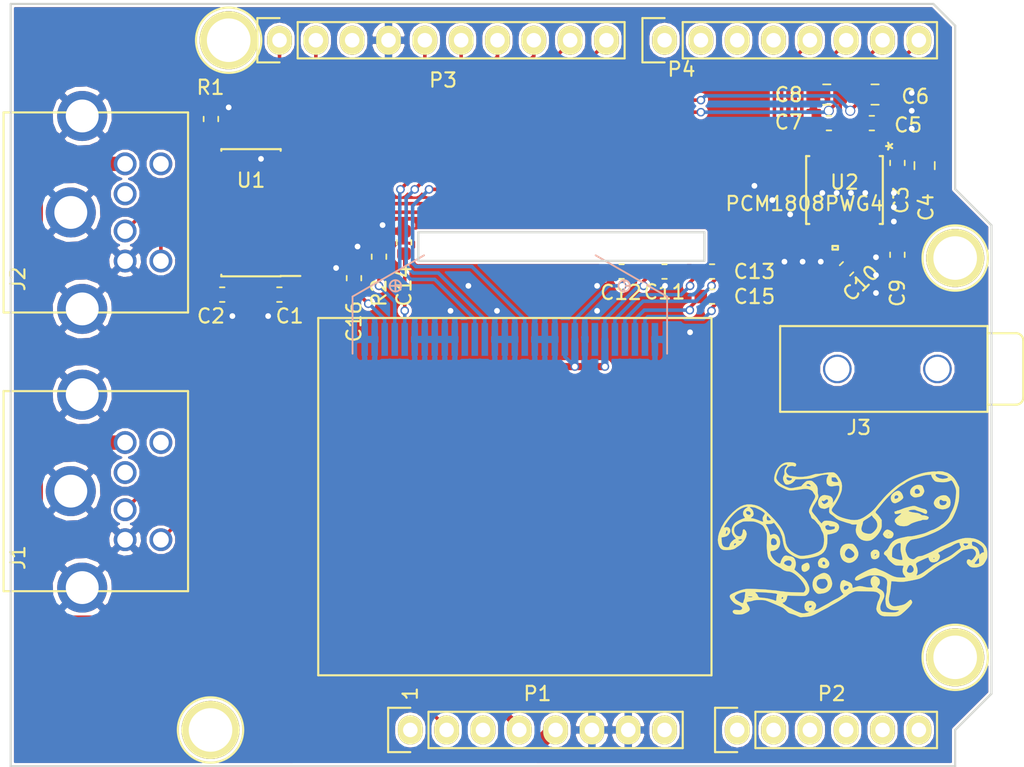
<source format=kicad_pcb>
(kicad_pcb (version 20171130) (host pcbnew 5.0.2-bee76a0~70~ubuntu16.04.1)
  (title_block (date "lun. 30 mars 2015"))
  (layers (0 F.Cu signal) (31 B.Cu signal) (34 B.Paste user) (35 F.Paste user) (36 B.SilkS user) (37 F.SilkS user) (38 B.Mask user) (39 F.Mask user hide) (44 Edge.Cuts user))
  (net 0 "")
  (net 1 /IOREF)
  (net 2 /Reset)
  (net 3 +5V)
  (net 4 GND)
  (net 5 /Vin)
  (net 6 /A0)
  (net 7 /A1)
  (net 8 /A2)
  (net 9 /A3)
  (net 10 /AREF)
  (net 11 "/A4(SDA)")
  (net 12 "/A5(SCL)")
  (net 13 "Net-(P5-Pad1)")
  (net 14 "Net-(P6-Pad1)")
  (net 15 "Net-(P7-Pad1)")
  (net 16 "Net-(P8-Pad1)")
  (net 17 "Net-(P1-Pad1)")
  (net 18 +3V3)
  (net 19 /OE)
  (net 20 /MC)
  (net 21 /MD)
  (net 22 /KC)
  (net 23 /KD)
  (net 24 "Net-(U1-Pad6)")
  (net 25 "Net-(U1-Pad9)")
  (net 26 /MDH)
  (net 27 /MCH)
  (net 28 /KDH)
  (net 29 /KCH)
  (net 30 "Net-(J1-Pad2)")
  (net 31 "Net-(J1-Pad6)")
  (net 32 "Net-(J2-Pad6)")
  (net 33 "Net-(J2-Pad2)")
  (net 34 "Net-(P4-Pad1)")
  (net 35 "Net-(P4-Pad2)")
  (net 36 "Net-(P4-Pad3)")
  (net 37 "Net-(J3-PadTN)")
  (net 38 "Net-(C3-Pad1)")
  (net 39 SCKI)
  (net 40 LRCK)
  (net 41 BCK)
  (net 42 DOUT)
  (net 43 "Net-(C10-Pad1)")
  (net 44 "Net-(C9-Pad1)")
  (net 45 LIN)
  (net 46 RIN)
  (net 47 "Net-(CON1-Pad7)")
  (net 48 "Net-(CON1-Pad20)")
  (net 49 "Net-(CON1-Pad26)")
  (net 50 "Net-(C15-Pad2)")
  (net 51 "Net-(C15-Pad1)")
  (net 52 "Net-(C13-Pad2)")
  (net 53 "Net-(C13-Pad1)")
  (net 54 oled_res)
  (net 55 oled_sclk)
  (net 56 oled_sdin)
  (net 57 "Net-(C14-Pad2)")
  (net 58 "Net-(C16-Pad2)")
  (net 59 DIN)
  (module gergotron:er-oled-fpc30-flipped (layer B.Cu) (at 145.89706 97.75 180)
    (fp_text reference CON1)
    (fp_text value ER-OLED-FPC30 hide)
    (pad 1 smd rect (at -10.1473 1.25 180) (size 0.45974 2.29616) (layers B.Cu B.Paste B.Mask) (net 4 GND))
    (pad 2 smd rect (at -9.4488 1.25 180) (size 0.46228 2.29616) (layers B.Cu B.Paste B.Mask) (net 50 "Net-(C15-Pad2)"))
    (pad 3 smd rect (at -8.74776 1.25 180) (size 0.45974 2.29616) (layers B.Cu B.Paste B.Mask) (net 51 "Net-(C15-Pad1)"))
    (pad 4 smd rect (at -8.04672 1.25 180) (size 0.45974 2.29616) (layers B.Cu B.Paste B.Mask) (net 52 "Net-(C13-Pad2)"))
    (pad 5 smd rect (at -7.34822 1.25 180) (size 0.45974 2.29616) (layers B.Cu B.Paste B.Mask) (net 53 "Net-(C13-Pad1)"))
    (pad 6 smd rect (at -6.64718 1.25 180) (size 0.45974 2.29616) (layers B.Cu B.Paste B.Mask) (net 18 +3V3))
    (pad 7 smd rect (at -5.94868 1.25 180) (size 0.46228 2.29616) (layers B.Cu B.Paste B.Mask) (net 47 "Net-(CON1-Pad7)"))
    (pad 8 smd rect (at -5.24764 1.25 180) (size 0.45974 2.29616) (layers B.Cu B.Paste B.Mask) (net 4 GND))
    (pad 9 smd rect (at -4.5466 1.25 180) (size 0.45974 2.29616) (layers B.Cu B.Paste B.Mask) (net 18 +3V3))
    (pad 10 smd rect (at -3.8481 1.25 180) (size 0.45974 2.29616) (layers B.Cu B.Paste B.Mask) (net 18 +3V3))
    (pad 11 smd rect (at -3.14706 1.25 180) (size 0.45974 2.29616) (layers B.Cu B.Paste B.Mask) (net 4 GND))
    (pad 12 smd rect (at -2.44856 1.25 180) (size 0.46228 2.29616) (layers B.Cu B.Paste B.Mask) (net 4 GND))
    (pad 13 smd rect (at -1.74752 1.25 180) (size 0.45974 2.29616) (layers B.Cu B.Paste B.Mask) (net 4 GND))
    (pad 14 smd rect (at -1.04648 1.25 180) (size 0.45974 2.29616) (layers B.Cu B.Paste B.Mask) (net 54 oled_res))
    (pad 15 smd rect (at -0.34798 1.25 180) (size 0.45974 2.29616) (layers B.Cu B.Paste B.Mask) (net 4 GND))
    (pad 16 smd rect (at 0.34798 1.25 180) (size 0.45974 2.29616) (layers B.Cu B.Paste B.Mask) (net 4 GND))
    (pad 17 smd rect (at 1.04648 1.25 180) (size 0.45974 2.29616) (layers B.Cu B.Paste B.Mask) (net 4 GND))
    (pad 18 smd rect (at 1.74752 1.25 180) (size 0.45974 2.29616) (layers B.Cu B.Paste B.Mask) (net 55 oled_sclk))
    (pad 19 smd rect (at 2.44856 1.25 180) (size 0.46228 2.29616) (layers B.Cu B.Paste B.Mask) (net 56 oled_sdin))
    (pad 20 smd rect (at 3.14706 1.25 180) (size 0.45974 2.29616) (layers B.Cu B.Paste B.Mask) (net 48 "Net-(CON1-Pad20)"))
    (pad 21 smd rect (at 3.8481 1.25 180) (size 0.45974 2.29616) (layers B.Cu B.Paste B.Mask) (net 4 GND))
    (pad 22 smd rect (at 4.5466 1.25 180) (size 0.45974 2.29616) (layers B.Cu B.Paste B.Mask) (net 4 GND))
    (pad 23 smd rect (at 5.24764 1.25 180) (size 0.45974 2.29616) (layers B.Cu B.Paste B.Mask) (net 4 GND))
    (pad 24 smd rect (at 5.94868 1.25 180) (size 0.46228 2.29616) (layers B.Cu B.Paste B.Mask) (net 4 GND))
    (pad 25 smd rect (at 6.64718 1.25 180) (size 0.45974 2.29616) (layers B.Cu B.Paste B.Mask) (net 4 GND))
    (pad 26 smd rect (at 7.34822 1.25 180) (size 0.45974 2.29616) (layers B.Cu B.Paste B.Mask) (net 49 "Net-(CON1-Pad26)"))
    (pad 27 smd rect (at 8.04672 1.25 180) (size 0.45974 2.29616) (layers B.Cu B.Paste B.Mask) (net 57 "Net-(C14-Pad2)"))
    (pad 28 smd rect (at 8.74776 1.25 180) (size 0.45974 2.29616) (layers B.Cu B.Paste B.Mask) (net 58 "Net-(C16-Pad2)"))
    (pad 29 smd rect (at 9.4488 1.25 180) (size 0.46228 2.29616) (layers B.Cu B.Paste B.Mask) (net 4 GND))
    (pad 30 smd rect (at 10.1473 1.25 180) (size 0.45974 2.29616) (layers B.Cu B.Paste B.Mask) (net 4 GND))
  )
  (module Resistor_SMD:R_0603_1608Metric (layer F.Cu) (at 138.5 89.7125 90)
    (fp_text reference R2 (at -3.5375 -1.75 90) (layer F.SilkS))
    (fp_text value 400kΩ)
    (pad 1 smd roundrect (at -0.7875 0 90) (size 0.875 0.95) (layers F.Cu F.Paste F.Mask) (net 49 "Net-(CON1-Pad26)"))
    (pad 2 smd roundrect (at 0.7875 0 90) (size 0.875 0.95) (layers F.Cu F.Paste F.Mask) (net 4 GND))
  )
  (module Capacitor_SMD:C_0603_1608Metric (layer F.Cu) (at 156.7125 91.75 180)
    (fp_text reference C11 (at 0 -1.43 180) (layer F.SilkS))
    (fp_text value 1μF)
    (pad 2 smd roundrect (at 0.7875 0 180) (size 0.875 0.95) (layers F.Cu F.Paste F.Mask) (net 18 +3V3))
    (pad 1 smd roundrect (at -0.7875 0 180) (size 0.875 0.95) (layers F.Cu F.Paste F.Mask) (net 4 GND))
  )
  (module Capacitor_SMD:C_0603_1608Metric (layer F.Cu) (at 153.7125 91.75)
    (fp_text reference C12 (at -0.0425 1.468) (layer F.SilkS))
    (fp_text value 1μF)
    (pad 1 smd roundrect (at -0.7875 0) (size 0.875 0.95) (layers F.Cu F.Paste F.Mask) (net 4 GND))
    (pad 2 smd roundrect (at 0.7875 0) (size 0.875 0.95) (layers F.Cu F.Paste F.Mask) (net 18 +3V3))
  )
  (module Capacitor_SMD:C_0603_1608Metric (layer F.Cu) (at 160.0375 91.75)
    (fp_text reference C13 (at 2.9625 0) (layer F.SilkS))
    (fp_text value 1μF)
    (pad 2 smd roundrect (at 0.7875 0) (size 0.875 0.95) (layers F.Cu F.Paste F.Mask) (net 52 "Net-(C13-Pad2)"))
    (pad 1 smd roundrect (at -0.7875 0) (size 0.875 0.95) (layers F.Cu F.Paste F.Mask) (net 53 "Net-(C13-Pad1)"))
  )
  (module Capacitor_SMD:C_0603_1608Metric (layer F.Cu) (at 136.75 90.7125 270)
    (fp_text reference C14 (at 2.0375 -1.75 270) (layer F.SilkS))
    (fp_text value 2.2μF)
    (pad 1 smd roundrect (at -0.7875 0 270) (size 0.875 0.95) (layers F.Cu F.Paste F.Mask) (net 4 GND))
    (pad 2 smd roundrect (at 0.7875 0 270) (size 0.875 0.95) (layers F.Cu F.Paste F.Mask) (net 57 "Net-(C14-Pad2)"))
  )
  (module Capacitor_SMD:C_0603_1608Metric (layer F.Cu) (at 160.0375 93.5)
    (fp_text reference C15 (at 2.9625 0) (layer F.SilkS))
    (fp_text value 1μF)
    (pad 2 smd roundrect (at 0.7875 0) (size 0.875 0.95) (layers F.Cu F.Paste F.Mask) (net 50 "Net-(C15-Pad2)"))
    (pad 1 smd roundrect (at -0.7875 0) (size 0.875 0.95) (layers F.Cu F.Paste F.Mask) (net 51 "Net-(C15-Pad1)"))
  )
  (module Capacitor_SMD:C_0603_1608Metric (layer F.Cu) (at 135 92.2125 270)
    (fp_text reference C16 (at 3.0375 0 270) (layer F.SilkS))
    (fp_text value 2.2μF)
    (pad 1 smd roundrect (at -0.7875 0 270) (size 0.875 0.95) (layers F.Cu F.Paste F.Mask) (net 4 GND))
    (pad 2 smd roundrect (at 0.7875 0 270) (size 0.875 0.95) (layers F.Cu F.Paste F.Mask) (net 58 "Net-(C16-Pad2)"))
  )
  (module Capacitor_SMD:C_0603_1608Metric (layer F.Cu) (at 173 84.1525 270)
    (fp_text reference C3 (at 2.5975 -0.25 270) (layer F.SilkS))
    (fp_text value 0.1μF)
    (pad 1 smd roundrect (at -0.7875 0 270) (size 0.875 0.95) (layers F.Cu F.Paste F.Mask) (net 38 "Net-(C3-Pad1)"))
    (pad 2 smd roundrect (at 0.7875 0 270) (size 0.875 0.95) (layers F.Cu F.Paste F.Mask) (net 4 GND))
  )
  (module Capacitor_SMD:C_0603_1608Metric (layer F.Cu) (at 171.2105 81.365)
    (fp_text reference C5 (at 2.5395 0.135) (layer F.SilkS))
    (fp_text value 0.1μF)
    (pad 2 smd roundrect (at 0.7875 0) (size 0.875 0.95) (layers F.Cu F.Paste F.Mask) (net 4 GND))
    (pad 1 smd roundrect (at -0.7875 0) (size 0.875 0.95) (layers F.Cu F.Paste F.Mask) (net 3 +5V))
  )
  (module Capacitor_SMD:C_0603_1608Metric (layer F.Cu) (at 168.2105 81.365 180)
    (fp_text reference C7 (at 2.8105 0.065 180) (layer F.SilkS))
    (fp_text value 0.1μF)
    (pad 1 smd roundrect (at -0.7875 0 180) (size 0.875 0.95) (layers F.Cu F.Paste F.Mask) (net 18 +3V3))
    (pad 2 smd roundrect (at 0.7875 0 180) (size 0.875 0.95) (layers F.Cu F.Paste F.Mask) (net 4 GND))
  )
  (module Capacitor_SMD:C_0603_1608Metric (layer F.Cu) (at 172.998 90.5775 270)
    (fp_text reference C9 (at 2.6725 -0.002 270) (layer F.SilkS))
    (fp_text value 1μF)
    (pad 2 smd roundrect (at 0.7875 0 270) (size 0.875 0.95) (layers F.Cu F.Paste F.Mask) (net 46 RIN))
    (pad 1 smd roundrect (at -0.7875 0 270) (size 0.875 0.95) (layers F.Cu F.Paste F.Mask) (net 44 "Net-(C9-Pad1)"))
  )
  (module Capacitor_SMD:C_0603_1608Metric (layer F.Cu) (at 169.443153 91.556847 225)
    (fp_text reference C10 (at 0 -1.43 225) (layer F.SilkS))
    (fp_text value 1μF)
    (pad 1 smd roundrect (at -0.787501 0 225) (size 0.875 0.95) (layers F.Cu F.Paste F.Mask) (net 43 "Net-(C10-Pad1)"))
    (pad 2 smd roundrect (at 0.787501 0 225) (size 0.875 0.95) (layers F.Cu F.Paste F.Mask) (net 45 LIN))
  )
  (module Capacitor_SMD:C_0805_2012Metric (layer F.Cu) (at 171.4355 79.365)
    (fp_text reference C6 (at 2.8145 0.135) (layer F.SilkS))
    (fp_text value 10μF)
    (pad 1 smd roundrect (at -0.9375 0) (size 0.975 1.4) (layers F.Cu F.Paste F.Mask) (net 3 +5V))
    (pad 2 smd roundrect (at 0.9375 0) (size 0.975 1.4) (layers F.Cu F.Paste F.Mask) (net 4 GND))
  )
  (module Capacitor_SMD:C_0805_2012Metric (layer F.Cu) (at 168.0605 79.365 180)
    (fp_text reference C8 (at 2.6605 -0.01 180) (layer F.SilkS))
    (fp_text value 10μF)
    (pad 2 smd roundrect (at 0.9375 0 180) (size 0.975 1.4) (layers F.Cu F.Paste F.Mask) (net 4 GND))
    (pad 1 smd roundrect (at -0.9375 0 180) (size 0.975 1.4) (layers F.Cu F.Paste F.Mask) (net 18 +3V3))
  )
  (module Capacitor_SMD:C_0805_2012Metric (layer F.Cu) (at 174.9 84.3375 270)
    (fp_text reference C4 (at 2.9125 -0.1 270) (layer F.SilkS))
    (fp_text value 10μF)
    (pad 2 smd roundrect (at 0.9375 0 270) (size 0.975 1.4) (layers F.Cu F.Paste F.Mask) (net 4 GND))
    (pad 1 smd roundrect (at -0.9375 0 270) (size 0.975 1.4) (layers F.Cu F.Paste F.Mask) (net 38 "Net-(C3-Pad1)"))
  )
  (module gergotron:sj-352x-smt (layer F.Cu) (at 179.298 98.565 180)
    (fp_text reference J3 (at 9 -4.1 180) (layer F.SilkS))
    (fp_text value AudioJack3_TRS_TN)
    (pad 0 thru_hole circle (at 3.5 0 180) (size 2 2) (drill 1.7) (layers *.Cu *.Mask))
    (pad 0 thru_hole circle (at 10.5 0 180) (size 2 2) (drill 1.7) (layers *.Cu *.Mask))
    (pad S smd rect (at 2.4 3.7 180) (size 2.2 2.8) (layers F.Cu F.Paste F.Mask) (net 4 GND))
    (pad T smd rect (at 11.8 3.7 180) (size 2.8 2.8) (layers F.Cu F.Paste F.Mask) (net 45 LIN))
    (pad TN smd rect (at 15.8 -0.75 180) (size 2.6 2.8) (layers F.Cu F.Paste F.Mask) (net 37 "Net-(J3-PadTN)"))
    (pad R smd rect (at 4.4 -3.7 180) (size 2.2 2.8) (layers F.Cu F.Paste F.Mask) (net 46 RIN))
  )
  (module pcm1808:PCM1808PWG4 (layer F.Cu) (at 169.298 86.0456 270)
    (fp_text reference U2 (at -0.5456 0) (layer F.SilkS))
    (fp_text value PCM1808PWG4 (at 0.9544 2.798) (layer F.SilkS))
    (fp_text user * (at -3.0734 -3.4486 270) (layer F.SilkS))
    (pad 1 smd rect (at -2.8194 -1.950001 270) (size 1.6764 0.3556) (layers F.Cu F.Paste F.Mask) (net 38 "Net-(C3-Pad1)"))
    (pad 2 smd rect (at -2.8194 -1.3 270) (size 1.6764 0.3556) (layers F.Cu F.Paste F.Mask) (net 4 GND))
    (pad 3 smd rect (at -2.8194 -0.649999 270) (size 1.6764 0.3556) (layers F.Cu F.Paste F.Mask) (net 3 +5V))
    (pad 4 smd rect (at -2.8194 0 270) (size 1.6764 0.3556) (layers F.Cu F.Paste F.Mask) (net 18 +3V3))
    (pad 5 smd rect (at -2.8194 0.649999 270) (size 1.6764 0.3556) (layers F.Cu F.Paste F.Mask) (net 4 GND))
    (pad 6 smd rect (at -2.8194 1.3 270) (size 1.6764 0.3556) (layers F.Cu F.Paste F.Mask) (net 39 SCKI))
    (pad 7 smd rect (at -2.8194 1.949999 270) (size 1.6764 0.3556) (layers F.Cu F.Paste F.Mask) (net 40 LRCK))
    (pad 8 smd rect (at 2.8194 1.950001 270) (size 1.6764 0.3556) (layers F.Cu F.Paste F.Mask) (net 41 BCK))
    (pad 9 smd rect (at 2.8194 1.3 270) (size 1.6764 0.3556) (layers F.Cu F.Paste F.Mask) (net 59 DIN))
    (pad 10 smd rect (at 2.8194 0.650001 270) (size 1.6764 0.3556) (layers F.Cu F.Paste F.Mask) (net 4 GND))
    (pad 11 smd rect (at 2.8194 0 270) (size 1.6764 0.3556) (layers F.Cu F.Paste F.Mask) (net 4 GND))
    (pad 12 smd rect (at 2.8194 -0.649999 270) (size 1.6764 0.3556) (layers F.Cu F.Paste F.Mask) (net 4 GND))
    (pad 13 smd rect (at 2.8194 -1.3 270) (size 1.6764 0.3556) (layers F.Cu F.Paste F.Mask) (net 43 "Net-(C10-Pad1)"))
    (pad 14 smd rect (at 2.8194 -1.949999 270) (size 1.6764 0.3556) (layers F.Cu F.Paste F.Mask) (net 44 "Net-(C9-Pad1)"))
  )
  (module gergotron:kmdgx-6s-bs (layer F.Cu) (at 110.498 107.115 90)
    (fp_text reference J1 (at -4.65 1 90) (layer F.SilkS))
    (fp_text value KMDGX-6S-BS)
    (pad 0 thru_hole circle (at 0 4.7 90) (size 3.5 3.5) (drill 2.3) (layers *.Cu *.Mask) (net 4 GND))
    (pad 0 thru_hole circle (at -6.75 5.5 90) (size 3.5 3.5) (drill 2.3) (layers *.Cu *.Mask) (net 4 GND))
    (pad 0 thru_hole circle (at 6.75 5.5 90) (size 3.5 3.5) (drill 2.3) (layers *.Cu *.Mask) (net 4 GND))
    (pad 1 thru_hole circle (at -1.3 8.5 90) (size 1.6 1.6) (drill 1.1) (layers *.Cu *.Mask) (net 28 /KDH))
    (pad 2 thru_hole circle (at 1.3 8.5 90) (size 1.6 1.6) (drill 1.1) (layers *.Cu *.Mask) (net 30 "Net-(J1-Pad2)"))
    (pad 3 thru_hole circle (at -3.4 8.5 90) (size 1.6 1.6) (drill 1.1) (layers *.Cu *.Mask) (net 4 GND))
    (pad 4 thru_hole circle (at 3.4 8.5 90) (size 1.6 1.6) (drill 1.1) (layers *.Cu *.Mask) (net 3 +5V))
    (pad 5 thru_hole circle (at -3.4 11 90) (size 1.6 1.6) (drill 1.1) (layers *.Cu *.Mask) (net 29 /KCH))
    (pad 6 thru_hole circle (at 3.4 11 90) (size 1.6 1.6) (drill 1.1) (layers *.Cu *.Mask) (net 31 "Net-(J1-Pad6)"))
  )
  (module gergotron:kmdgx-6s-bs (layer F.Cu) (at 110.498 87.615 90)
    (fp_text reference J2 (at -4.65 1 90) (layer F.SilkS))
    (fp_text value KMDGX-6S-BS)
    (pad 6 thru_hole circle (at 3.4 11 90) (size 1.6 1.6) (drill 1.1) (layers *.Cu *.Mask) (net 32 "Net-(J2-Pad6)"))
    (pad 5 thru_hole circle (at -3.4 11 90) (size 1.6 1.6) (drill 1.1) (layers *.Cu *.Mask) (net 27 /MCH))
    (pad 4 thru_hole circle (at 3.4 8.5 90) (size 1.6 1.6) (drill 1.1) (layers *.Cu *.Mask) (net 3 +5V))
    (pad 3 thru_hole circle (at -3.4 8.5 90) (size 1.6 1.6) (drill 1.1) (layers *.Cu *.Mask) (net 4 GND))
    (pad 2 thru_hole circle (at 1.3 8.5 90) (size 1.6 1.6) (drill 1.1) (layers *.Cu *.Mask) (net 33 "Net-(J2-Pad2)"))
    (pad 1 thru_hole circle (at -1.3 8.5 90) (size 1.6 1.6) (drill 1.1) (layers *.Cu *.Mask) (net 26 /MDH))
    (pad 0 thru_hole circle (at 6.75 5.5 90) (size 3.5 3.5) (drill 2.3) (layers *.Cu *.Mask) (net 4 GND))
    (pad 0 thru_hole circle (at -6.75 5.5 90) (size 3.5 3.5) (drill 2.3) (layers *.Cu *.Mask) (net 4 GND))
    (pad 0 thru_hole circle (at 0 4.7 90) (size 3.5 3.5) (drill 2.3) (layers *.Cu *.Mask) (net 4 GND))
  )
  (module Capacitor_SMD:C_0603_1608Metric (layer F.Cu) (at 125.7855 93.365)
    (fp_text reference C2 (at -0.7875 1.5) (layer F.SilkS))
    (fp_text value 0.1μ)
    (pad 2 smd roundrect (at 0.7875 0) (size 0.875 0.95) (layers F.Cu F.Paste F.Mask) (net 4 GND))
    (pad 1 smd roundrect (at -0.7875 0) (size 0.875 0.95) (layers F.Cu F.Paste F.Mask) (net 3 +5V))
  )
  (module Capacitor_SMD:C_0603_1608Metric (layer F.Cu) (at 129.7855 93.365)
    (fp_text reference C1 (at 0.7125 1.5) (layer F.SilkS))
    (fp_text value 0.1μ)
    (pad 1 smd roundrect (at -0.7875 0) (size 0.875 0.95) (layers F.Cu F.Paste F.Mask) (net 4 GND))
    (pad 2 smd roundrect (at 0.7875 0) (size 0.875 0.95) (layers F.Cu F.Paste F.Mask) (net 1 /IOREF))
  )
  (module Package_SO:SOIC-14_3.9x8.7mm_P1.27mm (layer F.Cu) (at 127.798 87.635 180)
    (fp_text reference U1 (at 0 2.27 180) (layer F.SilkS))
    (fp_text value TXB0104D)
    (pad 1 smd rect (at -2.7 -3.81 180) (size 1.5 0.6) (layers F.Cu F.Paste F.Mask) (net 1 /IOREF))
    (pad 2 smd rect (at -2.7 -2.54 180) (size 1.5 0.6) (layers F.Cu F.Paste F.Mask) (net 20 /MC))
    (pad 3 smd rect (at -2.7 -1.27 180) (size 1.5 0.6) (layers F.Cu F.Paste F.Mask) (net 21 /MD))
    (pad 4 smd rect (at -2.7 0 180) (size 1.5 0.6) (layers F.Cu F.Paste F.Mask) (net 22 /KC))
    (pad 5 smd rect (at -2.7 1.27 180) (size 1.5 0.6) (layers F.Cu F.Paste F.Mask) (net 23 /KD))
    (pad 6 smd rect (at -2.7 2.54 180) (size 1.5 0.6) (layers F.Cu F.Paste F.Mask) (net 24 "Net-(U1-Pad6)"))
    (pad 7 smd rect (at -2.7 3.81 180) (size 1.5 0.6) (layers F.Cu F.Paste F.Mask) (net 4 GND))
    (pad 8 smd rect (at 2.7 3.81 180) (size 1.5 0.6) (layers F.Cu F.Paste F.Mask) (net 19 /OE))
    (pad 9 smd rect (at 2.7 2.54 180) (size 1.5 0.6) (layers F.Cu F.Paste F.Mask) (net 25 "Net-(U1-Pad9)"))
    (pad 10 smd rect (at 2.7 1.27 180) (size 1.5 0.6) (layers F.Cu F.Paste F.Mask) (net 26 /MDH))
    (pad 11 smd rect (at 2.7 0 180) (size 1.5 0.6) (layers F.Cu F.Paste F.Mask) (net 27 /MCH))
    (pad 12 smd rect (at 2.7 -1.27 180) (size 1.5 0.6) (layers F.Cu F.Paste F.Mask) (net 28 /KDH))
    (pad 13 smd rect (at 2.7 -2.54 180) (size 1.5 0.6) (layers F.Cu F.Paste F.Mask) (net 29 /KCH))
    (pad 14 smd rect (at 2.7 -3.81 180) (size 1.5 0.6) (layers F.Cu F.Paste F.Mask) (net 3 +5V))
  )
  (module Resistor_SMD:R_0603_1608Metric (layer F.Cu) (at 124.998 81.0775 90)
    (fp_text reference R1 (at 2.2105 -0.03 180) (layer F.SilkS))
    (fp_text value 4.7k)
    (pad 1 smd roundrect (at -0.7875 0 90) (size 0.875 0.95) (layers F.Cu F.Paste F.Mask) (net 19 /OE))
    (pad 2 smd roundrect (at 0.7875 0 90) (size 0.875 0.95) (layers F.Cu F.Paste F.Mask) (net 4 GND))
  )
  (module Socket_Arduino_Uno:Socket_Strip_Arduino_1x08 (layer F.Cu) (at 138.938 123.825)
    (fp_text reference P1 (at 8.89 -2.54) (layer F.SilkS))
    (fp_text value Power)
    (pad 1 thru_hole oval (at 0 0) (size 1.7272 2.032) (drill 1.016) (layers *.Cu *.Mask F.SilkS) (net 17 "Net-(P1-Pad1)"))
    (pad 2 thru_hole oval (at 2.54 0) (size 1.7272 2.032) (drill 1.016) (layers *.Cu *.Mask F.SilkS) (net 1 /IOREF))
    (pad 3 thru_hole oval (at 5.08 0) (size 1.7272 2.032) (drill 1.016) (layers *.Cu *.Mask F.SilkS) (net 2 /Reset))
    (pad 4 thru_hole oval (at 7.62 0) (size 1.7272 2.032) (drill 1.016) (layers *.Cu *.Mask F.SilkS) (net 18 +3V3))
    (pad 5 thru_hole oval (at 10.16 0) (size 1.7272 2.032) (drill 1.016) (layers *.Cu *.Mask F.SilkS) (net 3 +5V))
    (pad 6 thru_hole oval (at 12.7 0) (size 1.7272 2.032) (drill 1.016) (layers *.Cu *.Mask F.SilkS) (net 4 GND))
    (pad 7 thru_hole oval (at 15.24 0) (size 1.7272 2.032) (drill 1.016) (layers *.Cu *.Mask F.SilkS) (net 4 GND))
    (pad 8 thru_hole oval (at 17.78 0) (size 1.7272 2.032) (drill 1.016) (layers *.Cu *.Mask F.SilkS) (net 5 /Vin))
  )
  (module Socket_Arduino_Uno:Socket_Strip_Arduino_1x06 (layer F.Cu) (at 161.798 123.825)
    (fp_text reference P2 (at 6.604 -2.54) (layer F.SilkS))
    (fp_text value Analog)
    (pad 1 thru_hole oval (at 0 0) (size 1.7272 2.032) (drill 1.016) (layers *.Cu *.Mask F.SilkS) (net 6 /A0))
    (pad 2 thru_hole oval (at 2.54 0) (size 1.7272 2.032) (drill 1.016) (layers *.Cu *.Mask F.SilkS) (net 7 /A1))
    (pad 3 thru_hole oval (at 5.08 0) (size 1.7272 2.032) (drill 1.016) (layers *.Cu *.Mask F.SilkS) (net 8 /A2))
    (pad 4 thru_hole oval (at 7.62 0) (size 1.7272 2.032) (drill 1.016) (layers *.Cu *.Mask F.SilkS) (net 9 /A3))
    (pad 5 thru_hole oval (at 10.16 0) (size 1.7272 2.032) (drill 1.016) (layers *.Cu *.Mask F.SilkS) (net 11 "/A4(SDA)"))
    (pad 6 thru_hole oval (at 12.7 0) (size 1.7272 2.032) (drill 1.016) (layers *.Cu *.Mask F.SilkS) (net 12 "/A5(SCL)"))
  )
  (module Socket_Arduino_Uno:Socket_Strip_Arduino_1x10 (layer F.Cu) (at 129.794 75.565)
    (fp_text reference P3 (at 11.43 2.794) (layer F.SilkS))
    (fp_text value Digital)
    (pad 1 thru_hole oval (at 0 0) (size 1.7272 2.032) (drill 1.016) (layers *.Cu *.Mask F.SilkS) (net 19 /OE))
    (pad 2 thru_hole oval (at 2.54 0) (size 1.7272 2.032) (drill 1.016) (layers *.Cu *.Mask F.SilkS) (net 23 /KD))
    (pad 3 thru_hole oval (at 5.08 0) (size 1.7272 2.032) (drill 1.016) (layers *.Cu *.Mask F.SilkS) (net 10 /AREF))
    (pad 4 thru_hole oval (at 7.62 0) (size 1.7272 2.032) (drill 1.016) (layers *.Cu *.Mask F.SilkS) (net 4 GND))
    (pad 5 thru_hole oval (at 10.16 0) (size 1.7272 2.032) (drill 1.016) (layers *.Cu *.Mask F.SilkS) (net 22 /KC))
    (pad 6 thru_hole oval (at 12.7 0) (size 1.7272 2.032) (drill 1.016) (layers *.Cu *.Mask F.SilkS) (net 21 /MD))
    (pad 7 thru_hole oval (at 15.24 0) (size 1.7272 2.032) (drill 1.016) (layers *.Cu *.Mask F.SilkS) (net 20 /MC))
    (pad 8 thru_hole oval (at 17.78 0) (size 1.7272 2.032) (drill 1.016) (layers *.Cu *.Mask F.SilkS) (net 56 oled_sdin))
    (pad 9 thru_hole oval (at 20.32 0) (size 1.7272 2.032) (drill 1.016) (layers *.Cu *.Mask F.SilkS) (net 55 oled_sclk))
    (pad 10 thru_hole oval (at 22.86 0) (size 1.7272 2.032) (drill 1.016) (layers *.Cu *.Mask F.SilkS) (net 54 oled_res))
  )
  (module Socket_Arduino_Uno:Socket_Strip_Arduino_1x08 (layer F.Cu) (at 156.718 75.565)
    (fp_text reference P4 (at 1.182 2.035) (layer F.SilkS))
    (fp_text value Digital)
    (pad 8 thru_hole oval (at 17.78 0) (size 1.7272 2.032) (drill 1.016) (layers *.Cu *.Mask F.SilkS) (net 40 LRCK))
    (pad 7 thru_hole oval (at 15.24 0) (size 1.7272 2.032) (drill 1.016) (layers *.Cu *.Mask F.SilkS) (net 39 SCKI))
    (pad 6 thru_hole oval (at 12.7 0) (size 1.7272 2.032) (drill 1.016) (layers *.Cu *.Mask F.SilkS) (net 59 DIN))
    (pad 5 thru_hole oval (at 10.16 0) (size 1.7272 2.032) (drill 1.016) (layers *.Cu *.Mask F.SilkS) (net 41 BCK))
    (pad 4 thru_hole oval (at 7.62 0) (size 1.7272 2.032) (drill 1.016) (layers *.Cu *.Mask F.SilkS) (net 42 DOUT))
    (pad 3 thru_hole oval (at 5.08 0) (size 1.7272 2.032) (drill 1.016) (layers *.Cu *.Mask F.SilkS) (net 36 "Net-(P4-Pad3)"))
    (pad 2 thru_hole oval (at 2.54 0) (size 1.7272 2.032) (drill 1.016) (layers *.Cu *.Mask F.SilkS) (net 35 "Net-(P4-Pad2)"))
    (pad 1 thru_hole oval (at 0 0) (size 1.7272 2.032) (drill 1.016) (layers *.Cu *.Mask F.SilkS) (net 34 "Net-(P4-Pad1)"))
  )
  (module Socket_Arduino_Uno:Arduino_1pin (layer F.Cu) (at 124.968 123.825)
    (fp_text reference P5 hide)
    (fp_text value CONN_01X01 hide)
    (pad 1 thru_hole circle (at 0 0) (size 4.064 4.064) (drill 3.048) (layers *.Cu *.Mask F.SilkS) (net 13 "Net-(P5-Pad1)"))
  )
  (module Socket_Arduino_Uno:Arduino_1pin (layer F.Cu) (at 177.038 118.745)
    (fp_text reference P6 hide)
    (fp_text value CONN_01X01 hide)
    (pad 1 thru_hole circle (at 0 0) (size 4.064 4.064) (drill 3.048) (layers *.Cu *.Mask F.SilkS) (net 14 "Net-(P6-Pad1)"))
  )
  (module Socket_Arduino_Uno:Arduino_1pin (layer F.Cu) (at 126.238 75.565)
    (fp_text reference P7 hide)
    (fp_text value CONN_01X01 hide)
    (pad 1 thru_hole circle (at 0 0) (size 4.064 4.064) (drill 3.048) (layers *.Cu *.Mask F.SilkS) (net 15 "Net-(P7-Pad1)"))
  )
  (module Socket_Arduino_Uno:Arduino_1pin (layer F.Cu) (at 177.038 90.805)
    (fp_text reference P8 hide)
    (fp_text value CONN_01X01 hide)
    (pad 1 thru_hole circle (at 0 0) (size 4.064 4.064) (drill 3.048) (layers *.Cu *.Mask F.SilkS) (net 16 "Net-(P8-Pad1)"))
  )
  (module octo:octo (layer F.Cu) (at 170.053 110.109)
    (fp_text reference G*** hide)
    (fp_text value LOGO hide)
  )
  (gr_line (start 132.5 120) (end 132.5 95) (layer F.SilkS) (width 0.15))
  (gr_line (start 160 120) (end 132.5 120) (layer F.SilkS) (width 0.15))
  (gr_line (start 160 95) (end 160 120) (layer F.SilkS) (width 0.15))
  (gr_line (start 132.5 95) (end 160 95) (layer F.SilkS) (width 0.15))
  (gr_line (start 159.5 89) (end 159.5 91) (layer Edge.Cuts) (width 0.15))
  (gr_line (start 139.5 89) (end 159.5 89) (layer Edge.Cuts) (width 0.15))
  (gr_line (start 139.5 91) (end 139.5 89) (layer Edge.Cuts) (width 0.15))
  (gr_line (start 159.5 91) (end 139.5 91) (layer Edge.Cuts) (width 0.15))
  (gr_text 1 (at 138.938 121.285 90) (layer F.SilkS) (effects (font (size 1 1))))
  (gr_line (start 177.038 74.549) (end 175.514 73.025) (angle 90) (layer Edge.Cuts) (width 0.15))
  (gr_line (start 177.038 85.979) (end 177.038 74.549) (angle 90) (layer Edge.Cuts) (width 0.15))
  (gr_line (start 179.578 88.519) (end 177.038 85.979) (angle 90) (layer Edge.Cuts) (width 0.15))
  (gr_line (start 179.578 121.285) (end 179.578 88.519) (angle 90) (layer Edge.Cuts) (width 0.15))
  (gr_line (start 177.038 123.825) (end 179.578 121.285) (angle 90) (layer Edge.Cuts) (width 0.15))
  (gr_line (start 177.038 126.365) (end 177.038 123.825) (angle 90) (layer Edge.Cuts) (width 0.15))
  (gr_line (start 110.998 126.365) (end 177.038 126.365) (angle 90) (layer Edge.Cuts) (width 0.15))
  (gr_line (start 110.998 73.025) (end 110.998 126.365) (angle 90) (layer Edge.Cuts) (width 0.15))
  (gr_line (start 175.514 73.025) (end 110.998 73.025) (angle 90) (layer Edge.Cuts) (width 0.15))
  (segment (start 130.498 93.29) (end 130.573 93.365) (width 0.25) (layer F.Cu) (net 1))
  (segment (start 130.498 91.445) (end 130.498 93.29) (width 0.25) (layer F.Cu) (net 1))
  (segment (start 141.478 123.6726) (end 141.478 123.825) (width 0.25) (layer F.Cu) (net 1))
  (segment (start 130.573 93.365) (end 130.573 109.573) (width 0.25) (layer F.Cu) (net 1))
  (segment (start 130.573 109.573) (end 140.3644 119.3644) (width 0.25) (layer F.Cu) (net 1))
  (segment (start 140.3644 119.3644) (end 140.3644 122.559) (width 0.25) (layer F.Cu) (net 1))
  (segment (start 140.3644 122.559) (end 141.478 123.6726) (width 0.25) (layer F.Cu) (net 1))
  (segment (start 125.098 93.265) (end 124.998 93.365) (width 0.25) (layer F.Cu) (net 3))
  (segment (start 125.098 91.445) (end 125.098 93.265) (width 0.25) (layer F.Cu) (net 3))
  (segment (start 114.971998 84.215) (end 118.998 84.215) (width 1) (layer F.Cu) (net 3))
  (segment (start 122.074003 116.315001) (end 114.821999 116.315001) (width 1) (layer F.Cu) (net 3))
  (segment (start 114.821999 116.315001) (end 112.747999 114.241001) (width 1) (layer F.Cu) (net 3))
  (segment (start 148.921678 123.825) (end 147.205668 125.54101) (width 1) (layer F.Cu) (net 3))
  (segment (start 112.747999 86.438999) (end 114.971998 84.215) (width 1) (layer F.Cu) (net 3))
  (segment (start 149.098 123.825) (end 148.921678 123.825) (width 1) (layer F.Cu) (net 3))
  (segment (start 118.998 103.715) (end 113.397999 103.715) (width 1) (layer F.Cu) (net 3))
  (segment (start 113.097999 103.715) (end 112.747999 103.365) (width 1) (layer F.Cu) (net 3))
  (segment (start 113.397999 103.715) (end 113.097999 103.715) (width 1) (layer F.Cu) (net 3))
  (segment (start 112.747999 104.365) (end 112.747999 103.365) (width 1) (layer F.Cu) (net 3))
  (segment (start 112.747999 102.865) (end 112.747999 86.438999) (width 1) (layer F.Cu) (net 3))
  (segment (start 112.747999 103.365) (end 112.747999 102.865) (width 1) (layer F.Cu) (net 3))
  (segment (start 112.747999 102.865) (end 113.397999 103.515) (width 1) (layer F.Cu) (net 3))
  (segment (start 112.747999 114.241001) (end 112.747999 104.365) (width 1) (layer F.Cu) (net 3))
  (segment (start 113.397999 103.715) (end 112.747999 104.365) (width 1) (layer F.Cu) (net 3))
  (segment (start 113.397999 103.515) (end 113.397999 103.715) (width 1) (layer F.Cu) (net 3))
  (segment (start 124.998 119.238998) (end 125.124002 119.365) (width 0.25) (layer F.Cu) (net 3))
  (segment (start 131.300012 125.54101) (end 125.124002 119.365) (width 1) (layer F.Cu) (net 3))
  (segment (start 124.124002 118.365) (end 124.998 118.365) (width 0.25) (layer F.Cu) (net 3))
  (segment (start 124.124002 118.365) (end 122.074003 116.315001) (width 1) (layer F.Cu) (net 3))
  (segment (start 124.998 118.365) (end 124.998 119.238998) (width 0.25) (layer F.Cu) (net 3))
  (segment (start 124.998 118.238998) (end 124.498 118.738998) (width 0.25) (layer F.Cu) (net 3))
  (segment (start 124.998 117.865) (end 124.998 118.365) (width 0.25) (layer F.Cu) (net 3))
  (segment (start 124.998 93.365) (end 124.998 117.865) (width 0.25) (layer F.Cu) (net 3))
  (segment (start 125.124002 119.365) (end 124.498 118.738998) (width 1) (layer F.Cu) (net 3))
  (segment (start 124.998 117.865) (end 124.998 118.238998) (width 0.25) (layer F.Cu) (net 3))
  (segment (start 124.498 118.738998) (end 124.124002 118.365) (width 1) (layer F.Cu) (net 3))
  (segment (start 170.498 81.29) (end 170.423 81.365) (width 0.25) (layer F.Cu) (net 3))
  (segment (start 170.498 79.365) (end 170.498 81.29) (width 0.25) (layer F.Cu) (net 3))
  (segment (start 170.298 81.49) (end 170.423 81.365) (width 0.25) (layer F.Cu) (net 3))
  (segment (start 169.947999 81.840001) (end 170.423 81.365) (width 0.25) (layer F.Cu) (net 3))
  (segment (start 169.947999 83.2262) (end 169.947999 81.840001) (width 0.25) (layer F.Cu) (net 3))
  (segment (start 170.498 79.365) (end 170.498 79.502) (width 0.25) (layer F.Cu) (net 3))
  (segment (start 170.498 79.702) (end 169.7 80.5) (width 0.25) (layer F.Cu) (net 3))
  (segment (start 170.498 79.365) (end 170.498 79.702) (width 0.25) (layer F.Cu) (net 3))
  (via (at 169.7 80.5) (size 0.7) (drill 0.55) (layers F.Cu B.Cu) (net 3))
  (segment (start 149.098 123.825) (end 149.098 123.6726) (width 0.25) (layer F.Cu) (net 3))
  (segment (start 147.205668 125.54101) (end 145.2 125.54101) (width 1) (layer F.Cu) (net 3))
  (segment (start 145.2 125.54101) (end 131.300012 125.54101) (width 1) (layer F.Cu) (net 3))
  (via (at 159.258 79.756) (size 0.6) (drill 0.4) (layers F.Cu B.Cu) (net 3))
  (segment (start 136.2 87) (end 142.8 87) (width 0.25) (layer F.Cu) (net 3))
  (segment (start 131.6 91.6) (end 136.2 87) (width 0.25) (layer F.Cu) (net 3))
  (segment (start 145.2 125.54101) (end 145.20661 125.5344) (width 0.25) (layer F.Cu) (net 3))
  (segment (start 145.20661 125.5344) (end 145.20661 123.180262) (width 0.25) (layer F.Cu) (net 3))
  (segment (start 150.044 79.756) (end 159.258 79.756) (width 0.25) (layer F.Cu) (net 3))
  (segment (start 142.8 87) (end 150.044 79.756) (width 0.25) (layer F.Cu) (net 3))
  (segment (start 145.20661 123.180262) (end 131.6 109.573652) (width 0.25) (layer F.Cu) (net 3))
  (segment (start 131.6 109.573652) (end 131.6 91.6) (width 0.25) (layer F.Cu) (net 3))
  (segment (start 168.656001 79.456001) (end 169.7 80.5) (width 0.25) (layer B.Cu) (net 3))
  (segment (start 159.557999 79.456001) (end 168.656001 79.456001) (width 0.25) (layer B.Cu) (net 3))
  (segment (start 159.258 79.756) (end 159.557999 79.456001) (width 0.25) (layer B.Cu) (net 3))
  (via (at 128.498 83.865) (size 0.6) (drill 0.4) (layers F.Cu B.Cu) (net 4))
  (segment (start 128.538 83.825) (end 128.498 83.865) (width 0.25) (layer F.Cu) (net 4))
  (segment (start 130.498 83.825) (end 128.538 83.825) (width 0.25) (layer F.Cu) (net 4))
  (via (at 126.498 94.865) (size 0.6) (drill 0.4) (layers F.Cu B.Cu) (net 4))
  (segment (start 126.573 94.79) (end 126.498 94.865) (width 0.25) (layer F.Cu) (net 4))
  (segment (start 126.573 93.365) (end 126.573 94.79) (width 0.25) (layer F.Cu) (net 4))
  (via (at 128.998 94.865) (size 0.6) (drill 0.4) (layers F.Cu B.Cu) (net 4))
  (segment (start 128.998 93.365) (end 128.998 94.865) (width 0.25) (layer F.Cu) (net 4))
  (segment (start 172.373 80.99) (end 171.998 81.365) (width 0.25) (layer F.Cu) (net 4))
  (segment (start 172.373 79.365) (end 172.373 80.99) (width 0.25) (layer F.Cu) (net 4))
  (segment (start 167.123 81.065) (end 167.423 81.365) (width 0.25) (layer F.Cu) (net 4))
  (segment (start 167.123 79.365) (end 167.123 81.065) (width 0.25) (layer F.Cu) (net 4))
  (segment (start 173.3 85.24) (end 173 84.94) (width 0.25) (layer F.Cu) (net 4))
  (segment (start 175 85.24) (end 173.3 85.24) (width 0.25) (layer F.Cu) (net 4))
  (via (at 167.75 86.25) (size 0.6) (drill 0.4) (layers F.Cu B.Cu) (net 4))
  (via (at 168.75 86.25) (size 0.6) (drill 0.4) (layers F.Cu B.Cu) (net 4))
  (via (at 169.75 86.25) (size 0.6) (drill 0.4) (layers F.Cu B.Cu) (net 4))
  (via (at 170.75 86.25) (size 0.6) (drill 0.4) (layers F.Cu B.Cu) (net 4))
  (via (at 172.75 86.25) (size 0.6) (drill 0.4) (layers F.Cu B.Cu) (net 4))
  (via (at 172.75 87.25) (size 0.6) (drill 0.4) (layers F.Cu B.Cu) (net 4))
  (via (at 172.75 88.25) (size 0.6) (drill 0.4) (layers F.Cu B.Cu) (net 4))
  (via (at 174 81.75) (size 0.6) (drill 0.4) (layers F.Cu B.Cu) (net 4))
  (via (at 174 80.5) (size 0.6) (drill 0.4) (layers F.Cu B.Cu) (net 4))
  (via (at 174 79.25) (size 0.6) (drill 0.4) (layers F.Cu B.Cu) (net 4))
  (via (at 171.5 90.75) (size 0.6) (drill 0.4) (layers F.Cu B.Cu) (net 4))
  (via (at 171.5 92) (size 0.6) (drill 0.4) (layers F.Cu B.Cu) (net 4))
  (via (at 171.5 93.25) (size 0.6) (drill 0.4) (layers F.Cu B.Cu) (net 4))
  (via (at 165.5 87.75) (size 0.6) (drill 0.4) (layers F.Cu B.Cu) (net 4))
  (via (at 164.25 86.75) (size 0.6) (drill 0.4) (layers F.Cu B.Cu) (net 4))
  (via (at 163 85.75) (size 0.6) (drill 0.4) (layers F.Cu B.Cu) (net 4))
  (segment (start 171.536388 81.826612) (end 171.173388 81.826612) (width 0.2) (layer F.Cu) (net 4))
  (segment (start 171.998 81.365) (end 171.536388 81.826612) (width 0.2) (layer F.Cu) (net 4))
  (segment (start 168.648001 82.275199) (end 168.648001 83.2262) (width 0.25) (layer F.Cu) (net 4))
  (segment (start 168.199414 81.826612) (end 168.648001 82.275199) (width 0.25) (layer F.Cu) (net 4))
  (segment (start 167.423 81.365) (end 167.884612 81.826612) (width 0.25) (layer F.Cu) (net 4))
  (segment (start 167.884612 81.826612) (end 168.199414 81.826612) (width 0.25) (layer F.Cu) (net 4))
  (segment (start 170.598 82.402) (end 170.598 83.2262) (width 0.2) (layer F.Cu) (net 4))
  (segment (start 171.173388 81.826612) (end 170.598 82.402) (width 0.2) (layer F.Cu) (net 4))
  (via (at 133.75 91.5) (size 0.6) (drill 0.4) (layers F.Cu B.Cu) (net 4))
  (via (at 135.25 90) (size 0.6) (drill 0.4) (layers F.Cu B.Cu) (net 4))
  (via (at 137 88.5) (size 0.6) (drill 0.4) (layers F.Cu B.Cu) (net 4))
  (via (at 152 92.75) (size 0.6) (drill 0.4) (layers F.Cu B.Cu) (net 4))
  (via (at 152 94.5) (size 0.6) (drill 0.4) (layers F.Cu B.Cu) (net 4))
  (via (at 156.75 92.75) (size 0.6) (drill 0.4) (layers F.Cu B.Cu) (net 4))
  (via (at 158.5 96) (size 0.6) (drill 0.4) (layers F.Cu B.Cu) (net 4))
  (via (at 145 94.5) (size 0.6) (drill 0.4) (layers F.Cu B.Cu) (net 4))
  (via (at 143 92.75) (size 0.6) (drill 0.4) (layers F.Cu B.Cu) (net 4))
  (via (at 141.75 94.5) (size 0.6) (drill 0.4) (layers F.Cu B.Cu) (net 4))
  (via (at 126.238 80.264) (size 0.6) (drill 0.4) (layers F.Cu B.Cu) (net 4))
  (segment (start 124.998 80.29) (end 126.212 80.29) (width 0.25) (layer F.Cu) (net 4))
  (segment (start 126.212 80.29) (end 126.238 80.264) (width 0.25) (layer F.Cu) (net 4))
  (via (at 166.37 91.059) (size 0.6) (drill 0.4) (layers F.Cu B.Cu) (net 4))
  (via (at 165.1 91.059) (size 0.6) (drill 0.4) (layers F.Cu B.Cu) (net 4))
  (via (at 167.64 91.059) (size 0.6) (drill 0.4) (layers F.Cu B.Cu) (net 4))
  (segment (start 168.998 79.365) (end 168.998 81.365) (width 0.25) (layer F.Cu) (net 18))
  (segment (start 169.298 81.665) (end 168.998 81.365) (width 0.25) (layer F.Cu) (net 18))
  (segment (start 169.298 83.2262) (end 169.298 81.665) (width 0.25) (layer F.Cu) (net 18))
  (via (at 168.2 80.5) (size 0.7) (drill 0.55) (layers F.Cu B.Cu) (net 18))
  (segment (start 168.998 79.365) (end 168.998 79.402) (width 0.25) (layer F.Cu) (net 18))
  (segment (start 168.998 79.702) (end 168.2 80.5) (width 0.25) (layer F.Cu) (net 18))
  (segment (start 168.998 79.365) (end 168.998 79.702) (width 0.25) (layer F.Cu) (net 18))
  (via (at 155.25 92.75) (size 0.6) (drill 0.4) (layers F.Cu B.Cu) (net 18))
  (segment (start 154.89616 92.75) (end 155.25 92.75) (width 0.25) (layer B.Cu) (net 18))
  (segment (start 152.54424 95.10192) (end 154.89616 92.75) (width 0.25) (layer B.Cu) (net 18))
  (segment (start 152.54424 96.5) (end 152.54424 95.10192) (width 0.25) (layer B.Cu) (net 18))
  (segment (start 155.25 92.425) (end 155.925 91.75) (width 0.25) (layer F.Cu) (net 18))
  (segment (start 155.25 92.75) (end 155.25 92.425) (width 0.25) (layer F.Cu) (net 18))
  (via (at 153.75 92.75) (size 0.6) (drill 0.4) (layers F.Cu B.Cu) (net 18))
  (segment (start 152.79558 92.75) (end 153.75 92.75) (width 0.25) (layer B.Cu) (net 18))
  (segment (start 150.44366 95.10192) (end 152.79558 92.75) (width 0.25) (layer B.Cu) (net 18))
  (segment (start 150.44366 96.5) (end 150.44366 95.10192) (width 0.25) (layer B.Cu) (net 18))
  (segment (start 153.75 92.5) (end 154.5 91.75) (width 0.25) (layer F.Cu) (net 18))
  (segment (start 153.75 92.75) (end 153.75 92.5) (width 0.25) (layer F.Cu) (net 18))
  (via (at 159.258 80.6) (size 0.6) (drill 0.4) (layers F.Cu B.Cu) (net 18))
  (segment (start 143.4 87.6) (end 150.4 80.6) (width 0.25) (layer F.Cu) (net 18))
  (segment (start 146.558 123.825) (end 146.558 123.6726) (width 0.25) (layer F.Cu) (net 18))
  (segment (start 136.724998 87.6) (end 143.4 87.6) (width 0.25) (layer F.Cu) (net 18))
  (segment (start 146.558 123.6726) (end 132.2 109.3146) (width 0.5) (layer F.Cu) (net 18))
  (segment (start 132.2 92.124998) (end 136.724998 87.6) (width 0.25) (layer F.Cu) (net 18))
  (segment (start 150.44366 96.5) (end 150.44366 98.4) (width 0.5) (layer B.Cu) (net 18))
  (via (at 150.44366 98.4) (size 0.6) (drill 0.4) (layers F.Cu B.Cu) (net 18))
  (segment (start 152.54424 96.5) (end 152.54424 98.4) (width 0.5) (layer B.Cu) (net 18))
  (via (at 152.54424 98.4) (size 0.6) (drill 0.4) (layers F.Cu B.Cu) (net 18))
  (segment (start 152.54424 98.4) (end 150.44366 98.4) (width 0.5) (layer F.Cu) (net 18))
  (segment (start 132.86 98.4) (end 132.2 99.06) (width 0.25) (layer F.Cu) (net 18))
  (segment (start 133.096 98.4) (end 132.86 98.4) (width 0.25) (layer F.Cu) (net 18))
  (segment (start 133.096 98.4) (end 132.2 98.4) (width 0.5) (layer F.Cu) (net 18))
  (segment (start 150.44366 98.4) (end 133.096 98.4) (width 0.5) (layer F.Cu) (net 18))
  (segment (start 132.2 99.06) (end 132.2 98.4) (width 0.5) (layer F.Cu) (net 18))
  (segment (start 132.2 109.3146) (end 132.2 99.06) (width 0.5) (layer F.Cu) (net 18))
  (segment (start 132.556 98.4) (end 132.2 98.044) (width 0.25) (layer F.Cu) (net 18))
  (segment (start 132.2 98.4) (end 132.2 98.044) (width 0.25) (layer F.Cu) (net 18))
  (segment (start 132.2 98.044) (end 132.2 98.178) (width 0.25) (layer F.Cu) (net 18))
  (segment (start 132.715 98.4) (end 132.683 98.4) (width 0.25) (layer F.Cu) (net 18))
  (segment (start 132.715 98.4) (end 132.556 98.4) (width 0.25) (layer F.Cu) (net 18))
  (segment (start 132.2 98.044) (end 132.2 97.917) (width 0.25) (layer F.Cu) (net 18))
  (segment (start 132.683 98.4) (end 132.2 97.917) (width 0.25) (layer F.Cu) (net 18))
  (segment (start 132.842 98.4) (end 132.683 98.4) (width 0.25) (layer F.Cu) (net 18))
  (segment (start 132.842 98.4) (end 132.715 98.4) (width 0.25) (layer F.Cu) (net 18))
  (segment (start 132.8735 98.4) (end 132.2 97.7265) (width 0.25) (layer F.Cu) (net 18))
  (segment (start 132.969 98.4) (end 132.8735 98.4) (width 0.25) (layer F.Cu) (net 18))
  (segment (start 132.969 98.4) (end 132.842 98.4) (width 0.25) (layer F.Cu) (net 18))
  (segment (start 132.2 97.7265) (end 132.2 92.124998) (width 0.25) (layer F.Cu) (net 18))
  (segment (start 133.096 98.4) (end 132.969 98.4) (width 0.25) (layer F.Cu) (net 18))
  (segment (start 132.2 97.917) (end 132.2 97.7265) (width 0.25) (layer F.Cu) (net 18))
  (segment (start 132.2 97.7265) (end 132.2 97.924) (width 0.25) (layer F.Cu) (net 18))
  (segment (start 149.74516 97.7015) (end 150.44366 98.4) (width 0.25) (layer B.Cu) (net 18))
  (segment (start 149.74516 96.5) (end 149.74516 97.7015) (width 0.25) (layer B.Cu) (net 18))
  (segment (start 150.4 80.6) (end 159.258 80.6) (width 0.25) (layer F.Cu) (net 18))
  (segment (start 168.1 80.6) (end 168.2 80.5) (width 0.25) (layer B.Cu) (net 18))
  (segment (start 159.258 80.6) (end 168.1 80.6) (width 0.25) (layer B.Cu) (net 18))
  (segment (start 129.794 80.129) (end 129.794 75.565) (width 0.25) (layer F.Cu) (net 19))
  (segment (start 126.098 83.825) (end 129.794 80.129) (width 0.25) (layer F.Cu) (net 19))
  (segment (start 125.098 83.825) (end 126.098 83.825) (width 0.25) (layer F.Cu) (net 19))
  (segment (start 124.998 83.725) (end 125.098 83.825) (width 0.25) (layer F.Cu) (net 19))
  (segment (start 124.998 81.865) (end 124.998 83.725) (width 0.25) (layer F.Cu) (net 19))
  (segment (start 145.034 76.716) (end 145.034 75.565) (width 0.25) (layer F.Cu) (net 20))
  (segment (start 131.575 90.175) (end 145.034 76.716) (width 0.25) (layer F.Cu) (net 20))
  (segment (start 130.498 90.175) (end 131.575 90.175) (width 0.25) (layer F.Cu) (net 20))
  (segment (start 141.687356 78.705005) (end 141.645471 78.757528) (width 0.25) (layer F.Cu) (net 21))
  (segment (start 141.645471 78.757528) (end 140.179605 80.223395) (width 0.25) (layer F.Cu) (net 21))
  (segment (start 141.731452 78.578985) (end 141.716503 78.644479) (width 0.25) (layer F.Cu) (net 21))
  (segment (start 141.731452 78.511806) (end 141.731452 78.578985) (width 0.25) (layer F.Cu) (net 21))
  (segment (start 141.716503 78.446312) (end 141.731452 78.511806) (width 0.25) (layer F.Cu) (net 21))
  (segment (start 141.687356 78.385786) (end 141.716503 78.446312) (width 0.25) (layer F.Cu) (net 21))
  (segment (start 141.716503 78.644479) (end 141.687356 78.705005) (width 0.25) (layer F.Cu) (net 21))
  (segment (start 141.64547 78.333263) (end 141.687356 78.385786) (width 0.25) (layer F.Cu) (net 21))
  (segment (start 140.179605 80.223395) (end 131.498 88.905) (width 0.25) (layer F.Cu) (net 21))
  (segment (start 141.047501 77.735294) (end 141.64547 78.333263) (width 0.25) (layer F.Cu) (net 21))
  (segment (start 141.005615 77.682771) (end 141.047501 77.735294) (width 0.25) (layer F.Cu) (net 21))
  (segment (start 141.471765 77.31103) (end 141.419242 77.269144) (width 0.25) (layer F.Cu) (net 21))
  (segment (start 142.069735 77.909) (end 141.471765 77.31103) (width 0.25) (layer F.Cu) (net 21))
  (segment (start 142.182784 77.980032) (end 142.122258 77.950885) (width 0.25) (layer F.Cu) (net 21))
  (segment (start 142.441477 77.950885) (end 142.380951 77.980032) (width 0.25) (layer F.Cu) (net 21))
  (segment (start 141.047501 77.31103) (end 141.005615 77.363552) (width 0.25) (layer F.Cu) (net 21))
  (segment (start 141.005615 77.363552) (end 140.976468 77.424078) (width 0.25) (layer F.Cu) (net 21))
  (segment (start 142.315457 77.994981) (end 142.248278 77.994981) (width 0.25) (layer F.Cu) (net 21))
  (segment (start 142.494 75.565) (end 142.494 77.909) (width 0.25) (layer F.Cu) (net 21))
  (segment (start 141.293222 77.225048) (end 141.226043 77.225048) (width 0.25) (layer F.Cu) (net 21))
  (segment (start 141.358716 77.239997) (end 141.293222 77.225048) (width 0.25) (layer F.Cu) (net 21))
  (segment (start 142.122258 77.950885) (end 142.069735 77.909) (width 0.25) (layer F.Cu) (net 21))
  (segment (start 142.494 77.909) (end 142.441477 77.950885) (width 0.25) (layer F.Cu) (net 21))
  (segment (start 141.419242 77.269144) (end 141.358716 77.239997) (width 0.25) (layer F.Cu) (net 21))
  (segment (start 142.380951 77.980032) (end 142.315457 77.994981) (width 0.25) (layer F.Cu) (net 21))
  (segment (start 142.248278 77.994981) (end 142.182784 77.980032) (width 0.25) (layer F.Cu) (net 21))
  (segment (start 140.961519 77.489572) (end 140.961519 77.556751) (width 0.25) (layer F.Cu) (net 21))
  (segment (start 141.226043 77.225048) (end 141.160549 77.239997) (width 0.25) (layer F.Cu) (net 21))
  (segment (start 141.160549 77.239997) (end 141.100023 77.269144) (width 0.25) (layer F.Cu) (net 21))
  (segment (start 141.100023 77.269144) (end 141.047501 77.31103) (width 0.25) (layer F.Cu) (net 21))
  (segment (start 140.976468 77.622245) (end 141.005615 77.682771) (width 0.25) (layer F.Cu) (net 21))
  (segment (start 140.976468 77.424078) (end 140.961519 77.489572) (width 0.25) (layer F.Cu) (net 21))
  (segment (start 131.498 88.905) (end 130.498 88.905) (width 0.25) (layer F.Cu) (net 21))
  (segment (start 140.961519 77.556751) (end 140.976468 77.622245) (width 0.25) (layer F.Cu) (net 21))
  (segment (start 139.954 79.179) (end 139.954 75.565) (width 0.25) (layer F.Cu) (net 22))
  (segment (start 131.498 87.635) (end 139.954 79.179) (width 0.25) (layer F.Cu) (net 22))
  (segment (start 130.498 87.635) (end 131.498 87.635) (width 0.25) (layer F.Cu) (net 22))
  (segment (start 132.334 84.865) (end 132.334 85.365) (width 0.25) (layer F.Cu) (net 23))
  (segment (start 132.334 85.865) (end 131.834 86.365) (width 0.25) (layer F.Cu) (net 23))
  (segment (start 131.834 86.365) (end 130.498 86.365) (width 0.25) (layer F.Cu) (net 23))
  (segment (start 132.334 85.865) (end 132.334 84.865) (width 0.25) (layer F.Cu) (net 23))
  (segment (start 132.341521 78.331756) (end 132.334 78.265) (width 0.25) (layer F.Cu) (net 23))
  (segment (start 132.446953 78.499549) (end 132.39945 78.452046) (width 0.25) (layer F.Cu) (net 23))
  (segment (start 132.503834 78.53529) (end 132.446953 78.499549) (width 0.25) (layer F.Cu) (net 23))
  (segment (start 132.567243 78.557478) (end 132.503834 78.53529) (width 0.25) (layer F.Cu) (net 23))
  (segment (start 133.047171 78.594709) (end 132.983762 78.572521) (width 0.25) (layer F.Cu) (net 23))
  (segment (start 133.209484 78.798243) (end 133.187296 78.734834) (width 0.25) (layer F.Cu) (net 23))
  (segment (start 133.209484 78.931756) (end 133.217006 78.865) (width 0.25) (layer F.Cu) (net 23))
  (segment (start 133.187296 78.995165) (end 133.209484 78.931756) (width 0.25) (layer F.Cu) (net 23))
  (segment (start 133.151555 79.052046) (end 133.187296 78.995165) (width 0.25) (layer F.Cu) (net 23))
  (segment (start 133.104052 79.099549) (end 133.151555 79.052046) (width 0.25) (layer F.Cu) (net 23))
  (segment (start 131.750994 79.165) (end 132.917006 79.165) (width 0.25) (layer F.Cu) (net 23))
  (segment (start 131.684238 79.172521) (end 131.750994 79.165) (width 0.25) (layer F.Cu) (net 23))
  (segment (start 131.516445 79.277953) (end 131.563948 79.23045) (width 0.25) (layer F.Cu) (net 23))
  (segment (start 131.450994 79.465) (end 131.458516 79.398243) (width 0.25) (layer F.Cu) (net 23))
  (segment (start 132.334 78.265) (end 132.334 75.565) (width 0.25) (layer F.Cu) (net 23))
  (segment (start 131.516445 79.652046) (end 131.480704 79.595165) (width 0.25) (layer F.Cu) (net 23))
  (segment (start 131.563948 79.23045) (end 131.620829 79.194709) (width 0.25) (layer F.Cu) (net 23))
  (segment (start 131.620829 79.73529) (end 131.563948 79.699549) (width 0.25) (layer F.Cu) (net 23))
  (segment (start 132.983762 79.772521) (end 132.917006 79.765) (width 0.25) (layer F.Cu) (net 23))
  (segment (start 131.458516 79.531756) (end 131.450994 79.465) (width 0.25) (layer F.Cu) (net 23))
  (segment (start 133.047171 79.794709) (end 132.983762 79.772521) (width 0.25) (layer F.Cu) (net 23))
  (segment (start 133.104052 79.83045) (end 133.047171 79.794709) (width 0.25) (layer F.Cu) (net 23))
  (segment (start 133.151555 79.877953) (end 133.104052 79.83045) (width 0.25) (layer F.Cu) (net 23))
  (segment (start 132.363709 78.395165) (end 132.341521 78.331756) (width 0.25) (layer F.Cu) (net 23))
  (segment (start 133.187296 79.934834) (end 133.151555 79.877953) (width 0.25) (layer F.Cu) (net 23))
  (segment (start 132.917006 78.565) (end 132.634 78.565) (width 0.25) (layer F.Cu) (net 23))
  (segment (start 131.458516 79.398243) (end 131.480704 79.334834) (width 0.25) (layer F.Cu) (net 23))
  (segment (start 133.209484 79.998243) (end 133.187296 79.934834) (width 0.25) (layer F.Cu) (net 23))
  (segment (start 133.047171 79.13529) (end 133.104052 79.099549) (width 0.25) (layer F.Cu) (net 23))
  (segment (start 133.217006 80.065) (end 133.209484 79.998243) (width 0.25) (layer F.Cu) (net 23))
  (segment (start 133.047171 80.994709) (end 132.983762 80.972521) (width 0.25) (layer F.Cu) (net 23))
  (segment (start 131.563948 79.699549) (end 131.516445 79.652046) (width 0.25) (layer F.Cu) (net 23))
  (segment (start 133.104052 81.03045) (end 133.047171 80.994709) (width 0.25) (layer F.Cu) (net 23))
  (segment (start 133.209484 81.198243) (end 133.187296 81.134834) (width 0.25) (layer F.Cu) (net 23))
  (segment (start 133.217006 78.865) (end 133.209484 78.798243) (width 0.25) (layer F.Cu) (net 23))
  (segment (start 131.458516 80.598243) (end 131.480704 80.534834) (width 0.25) (layer F.Cu) (net 23))
  (segment (start 132.634 78.565) (end 132.567243 78.557478) (width 0.25) (layer F.Cu) (net 23))
  (segment (start 131.480704 79.334834) (end 131.516445 79.277953) (width 0.25) (layer F.Cu) (net 23))
  (segment (start 133.187296 81.134834) (end 133.151555 81.077953) (width 0.25) (layer F.Cu) (net 23))
  (segment (start 133.151555 81.452046) (end 133.187296 81.395165) (width 0.25) (layer F.Cu) (net 23))
  (segment (start 131.563948 80.899549) (end 131.516445 80.852046) (width 0.25) (layer F.Cu) (net 23))
  (segment (start 132.39945 81.677953) (end 132.446953 81.63045) (width 0.25) (layer F.Cu) (net 23))
  (segment (start 131.684238 79.757478) (end 131.620829 79.73529) (width 0.25) (layer F.Cu) (net 23))
  (segment (start 133.047171 80.33529) (end 133.104052 80.299549) (width 0.25) (layer F.Cu) (net 23))
  (segment (start 133.104052 81.499549) (end 133.151555 81.452046) (width 0.25) (layer F.Cu) (net 23))
  (segment (start 132.917006 80.965) (end 131.750994 80.965) (width 0.25) (layer F.Cu) (net 23))
  (segment (start 132.39945 78.452046) (end 132.363709 78.395165) (width 0.25) (layer F.Cu) (net 23))
  (segment (start 131.620829 79.194709) (end 131.684238 79.172521) (width 0.25) (layer F.Cu) (net 23))
  (segment (start 132.334 84.865) (end 132.334 81.865) (width 0.25) (layer F.Cu) (net 23))
  (segment (start 133.151555 78.677953) (end 133.104052 78.63045) (width 0.25) (layer F.Cu) (net 23))
  (segment (start 133.151555 80.252046) (end 133.187296 80.195165) (width 0.25) (layer F.Cu) (net 23))
  (segment (start 132.983762 81.557478) (end 133.047171 81.53529) (width 0.25) (layer F.Cu) (net 23))
  (segment (start 133.104052 78.63045) (end 133.047171 78.594709) (width 0.25) (layer F.Cu) (net 23))
  (segment (start 133.209484 81.331756) (end 133.217006 81.265) (width 0.25) (layer F.Cu) (net 23))
  (segment (start 133.187296 81.395165) (end 133.209484 81.331756) (width 0.25) (layer F.Cu) (net 23))
  (segment (start 133.187296 80.195165) (end 133.209484 80.131756) (width 0.25) (layer F.Cu) (net 23))
  (segment (start 132.334 81.865) (end 132.341521 81.798243) (width 0.25) (layer F.Cu) (net 23))
  (segment (start 132.917006 79.765) (end 131.750994 79.765) (width 0.25) (layer F.Cu) (net 23))
  (segment (start 132.917006 80.365) (end 132.983762 80.357478) (width 0.25) (layer F.Cu) (net 23))
  (segment (start 133.047171 81.53529) (end 133.104052 81.499549) (width 0.25) (layer F.Cu) (net 23))
  (segment (start 133.151555 81.077953) (end 133.104052 81.03045) (width 0.25) (layer F.Cu) (net 23))
  (segment (start 131.620829 80.394709) (end 131.684238 80.372521) (width 0.25) (layer F.Cu) (net 23))
  (segment (start 132.446953 81.63045) (end 132.503834 81.594709) (width 0.25) (layer F.Cu) (net 23))
  (segment (start 133.187296 78.734834) (end 133.151555 78.677953) (width 0.25) (layer F.Cu) (net 23))
  (segment (start 132.917006 79.165) (end 132.983762 79.157478) (width 0.25) (layer F.Cu) (net 23))
  (segment (start 131.516445 80.477953) (end 131.563948 80.43045) (width 0.25) (layer F.Cu) (net 23))
  (segment (start 132.363709 81.734834) (end 132.39945 81.677953) (width 0.25) (layer F.Cu) (net 23))
  (segment (start 132.503834 81.594709) (end 132.567243 81.572521) (width 0.25) (layer F.Cu) (net 23))
  (segment (start 132.341521 81.798243) (end 132.363709 81.734834) (width 0.25) (layer F.Cu) (net 23))
  (segment (start 132.567243 81.572521) (end 132.634 81.565) (width 0.25) (layer F.Cu) (net 23))
  (segment (start 131.458516 80.731756) (end 131.450994 80.665) (width 0.25) (layer F.Cu) (net 23))
  (segment (start 132.634 81.565) (end 132.917006 81.565) (width 0.25) (layer F.Cu) (net 23))
  (segment (start 132.917006 81.565) (end 132.983762 81.557478) (width 0.25) (layer F.Cu) (net 23))
  (segment (start 131.480704 79.595165) (end 131.458516 79.531756) (width 0.25) (layer F.Cu) (net 23))
  (segment (start 132.983762 80.972521) (end 132.917006 80.965) (width 0.25) (layer F.Cu) (net 23))
  (segment (start 131.684238 80.957478) (end 131.620829 80.93529) (width 0.25) (layer F.Cu) (net 23))
  (segment (start 131.620829 80.93529) (end 131.563948 80.899549) (width 0.25) (layer F.Cu) (net 23))
  (segment (start 131.516445 80.852046) (end 131.480704 80.795165) (width 0.25) (layer F.Cu) (net 23))
  (segment (start 131.480704 80.795165) (end 131.458516 80.731756) (width 0.25) (layer F.Cu) (net 23))
  (segment (start 131.450994 80.665) (end 131.458516 80.598243) (width 0.25) (layer F.Cu) (net 23))
  (segment (start 131.480704 80.534834) (end 131.516445 80.477953) (width 0.25) (layer F.Cu) (net 23))
  (segment (start 131.684238 80.372521) (end 131.750994 80.365) (width 0.25) (layer F.Cu) (net 23))
  (segment (start 132.983762 79.157478) (end 133.047171 79.13529) (width 0.25) (layer F.Cu) (net 23))
  (segment (start 131.563948 80.43045) (end 131.620829 80.394709) (width 0.25) (layer F.Cu) (net 23))
  (segment (start 132.983762 78.572521) (end 132.917006 78.565) (width 0.25) (layer F.Cu) (net 23))
  (segment (start 131.750994 80.965) (end 131.684238 80.957478) (width 0.25) (layer F.Cu) (net 23))
  (segment (start 131.750994 80.365) (end 132.917006 80.365) (width 0.25) (layer F.Cu) (net 23))
  (segment (start 131.750994 79.765) (end 131.684238 79.757478) (width 0.25) (layer F.Cu) (net 23))
  (segment (start 132.983762 80.357478) (end 133.047171 80.33529) (width 0.25) (layer F.Cu) (net 23))
  (segment (start 133.217006 81.265) (end 133.209484 81.198243) (width 0.25) (layer F.Cu) (net 23))
  (segment (start 133.104052 80.299549) (end 133.151555 80.252046) (width 0.25) (layer F.Cu) (net 23))
  (segment (start 133.209484 80.131756) (end 133.217006 80.065) (width 0.25) (layer F.Cu) (net 23))
  (segment (start 121.548 86.365) (end 118.998 88.915) (width 0.25) (layer F.Cu) (net 26))
  (segment (start 125.098 86.365) (end 121.548 86.365) (width 0.25) (layer F.Cu) (net 26))
  (segment (start 121.498 89.365) (end 121.498 91.015) (width 0.25) (layer F.Cu) (net 27))
  (segment (start 122.191356 88.661005) (end 122.149471 88.713528) (width 0.25) (layer F.Cu) (net 27))
  (segment (start 122.220503 88.600479) (end 122.191356 88.661005) (width 0.25) (layer F.Cu) (net 27))
  (segment (start 122.235452 88.534985) (end 122.220503 88.600479) (width 0.25) (layer F.Cu) (net 27))
  (segment (start 122.235452 88.467806) (end 122.235452 88.534985) (width 0.25) (layer F.Cu) (net 27))
  (segment (start 122.220503 88.402312) (end 122.235452 88.467806) (width 0.25) (layer F.Cu) (net 27))
  (segment (start 121.969718 88.109511) (end 122.14947 88.289263) (width 0.25) (layer F.Cu) (net 27))
  (segment (start 121.927832 88.056988) (end 121.969718 88.109511) (width 0.25) (layer F.Cu) (net 27))
  (segment (start 121.898685 87.996462) (end 121.927832 88.056988) (width 0.25) (layer F.Cu) (net 27))
  (segment (start 122.686784 87.936032) (end 122.626258 87.906885) (width 0.25) (layer F.Cu) (net 27))
  (segment (start 122.573735 87.865) (end 122.393982 87.685247) (width 0.25) (layer F.Cu) (net 27))
  (segment (start 122.14947 88.289263) (end 122.191356 88.341786) (width 0.25) (layer F.Cu) (net 27))
  (segment (start 122.945477 87.906885) (end 122.884951 87.936032) (width 0.25) (layer F.Cu) (net 27))
  (segment (start 122.626258 87.906885) (end 122.573735 87.865) (width 0.25) (layer F.Cu) (net 27))
  (segment (start 121.927832 87.737769) (end 121.898685 87.798295) (width 0.25) (layer F.Cu) (net 27))
  (segment (start 122.341459 87.643361) (end 122.280933 87.614214) (width 0.25) (layer F.Cu) (net 27))
  (segment (start 122.02224 87.643361) (end 121.969718 87.685247) (width 0.25) (layer F.Cu) (net 27))
  (segment (start 125.098 87.635) (end 123.228 87.635) (width 0.25) (layer F.Cu) (net 27))
  (segment (start 123.228 87.635) (end 122.998 87.865) (width 0.25) (layer F.Cu) (net 27))
  (segment (start 121.883736 87.863789) (end 121.883736 87.930968) (width 0.25) (layer F.Cu) (net 27))
  (segment (start 122.752278 87.950981) (end 122.686784 87.936032) (width 0.25) (layer F.Cu) (net 27))
  (segment (start 122.819457 87.950981) (end 122.752278 87.950981) (width 0.25) (layer F.Cu) (net 27))
  (segment (start 122.393982 87.685247) (end 122.341459 87.643361) (width 0.25) (layer F.Cu) (net 27))
  (segment (start 122.884951 87.936032) (end 122.819457 87.950981) (width 0.25) (layer F.Cu) (net 27))
  (segment (start 122.998 87.865) (end 122.945477 87.906885) (width 0.25) (layer F.Cu) (net 27))
  (segment (start 122.191356 88.341786) (end 122.220503 88.402312) (width 0.25) (layer F.Cu) (net 27))
  (segment (start 122.280933 87.614214) (end 122.215439 87.599265) (width 0.25) (layer F.Cu) (net 27))
  (segment (start 122.215439 87.599265) (end 122.14826 87.599265) (width 0.25) (layer F.Cu) (net 27))
  (segment (start 122.14826 87.599265) (end 122.082766 87.614214) (width 0.25) (layer F.Cu) (net 27))
  (segment (start 121.969718 87.685247) (end 121.927832 87.737769) (width 0.25) (layer F.Cu) (net 27))
  (segment (start 121.898685 87.798295) (end 121.883736 87.863789) (width 0.25) (layer F.Cu) (net 27))
  (segment (start 122.149471 88.713528) (end 121.498 89.365) (width 0.25) (layer F.Cu) (net 27))
  (segment (start 122.082766 87.614214) (end 122.02224 87.643361) (width 0.25) (layer F.Cu) (net 27))
  (segment (start 121.883736 87.930968) (end 121.898685 87.996462) (width 0.25) (layer F.Cu) (net 27))
  (segment (start 122.623001 90.929999) (end 124.648 88.905) (width 0.25) (layer F.Cu) (net 28))
  (segment (start 120.896528 106.516471) (end 122.623001 104.789999) (width 0.25) (layer F.Cu) (net 28))
  (segment (start 120.854642 106.568992) (end 120.896528 106.516471) (width 0.25) (layer F.Cu) (net 28))
  (segment (start 120.825494 106.827685) (end 120.810545 106.762191) (width 0.25) (layer F.Cu) (net 28))
  (segment (start 120.854642 106.888211) (end 120.825494 106.827685) (width 0.25) (layer F.Cu) (net 28))
  (segment (start 120.896527 106.940734) (end 120.854642 106.888211) (width 0.25) (layer F.Cu) (net 28))
  (segment (start 121.17937 107.223577) (end 120.896527 106.940734) (width 0.25) (layer F.Cu) (net 28))
  (segment (start 121.221255 107.2761) (end 121.17937 107.223577) (width 0.25) (layer F.Cu) (net 28))
  (segment (start 124.648 88.905) (end 125.098 88.905) (width 0.25) (layer F.Cu) (net 28))
  (segment (start 120.472264 107.365) (end 120.755106 107.647842) (width 0.25) (layer F.Cu) (net 28))
  (segment (start 120.100522 107.323114) (end 120.161048 107.293967) (width 0.25) (layer F.Cu) (net 28))
  (segment (start 120.293721 107.279018) (end 120.359215 107.293967) (width 0.25) (layer F.Cu) (net 28))
  (segment (start 120.048 107.365) (end 120.100522 107.323114) (width 0.25) (layer F.Cu) (net 28))
  (segment (start 120.226542 107.279018) (end 120.293721 107.279018) (width 0.25) (layer F.Cu) (net 28))
  (segment (start 121.265351 107.469299) (end 121.265351 107.40212) (width 0.25) (layer F.Cu) (net 28))
  (segment (start 120.755106 107.647842) (end 120.807629 107.689727) (width 0.25) (layer F.Cu) (net 28))
  (segment (start 120.810545 106.762191) (end 120.810545 106.695012) (width 0.25) (layer F.Cu) (net 28))
  (segment (start 120.419741 107.323114) (end 120.472264 107.365) (width 0.25) (layer F.Cu) (net 28))
  (segment (start 118.998 108.415) (end 120.048 107.365) (width 0.25) (layer F.Cu) (net 28))
  (segment (start 120.359215 107.293967) (end 120.419741 107.323114) (width 0.25) (layer F.Cu) (net 28))
  (segment (start 120.161048 107.293967) (end 120.226542 107.279018) (width 0.25) (layer F.Cu) (net 28))
  (segment (start 120.807629 107.689727) (end 120.868155 107.718875) (width 0.25) (layer F.Cu) (net 28))
  (segment (start 122.623001 104.789999) (end 122.623001 90.929999) (width 0.25) (layer F.Cu) (net 28))
  (segment (start 120.868155 107.718875) (end 120.933649 107.733824) (width 0.25) (layer F.Cu) (net 28))
  (segment (start 121.000828 107.733824) (end 121.066322 107.718875) (width 0.25) (layer F.Cu) (net 28))
  (segment (start 121.066322 107.718875) (end 121.126848 107.689727) (width 0.25) (layer F.Cu) (net 28))
  (segment (start 121.17937 107.647842) (end 121.221255 107.595319) (width 0.25) (layer F.Cu) (net 28))
  (segment (start 120.825494 106.629518) (end 120.854642 106.568992) (width 0.25) (layer F.Cu) (net 28))
  (segment (start 121.221255 107.595319) (end 121.250402 107.534793) (width 0.25) (layer F.Cu) (net 28))
  (segment (start 121.126848 107.689727) (end 121.17937 107.647842) (width 0.25) (layer F.Cu) (net 28))
  (segment (start 121.250402 107.534793) (end 121.265351 107.469299) (width 0.25) (layer F.Cu) (net 28))
  (segment (start 120.810545 106.695012) (end 120.825494 106.629518) (width 0.25) (layer F.Cu) (net 28))
  (segment (start 121.250402 107.336626) (end 121.221255 107.2761) (width 0.25) (layer F.Cu) (net 28))
  (segment (start 120.933649 107.733824) (end 121.000828 107.733824) (width 0.25) (layer F.Cu) (net 28))
  (segment (start 121.265351 107.40212) (end 121.250402 107.336626) (width 0.25) (layer F.Cu) (net 28))
  (segment (start 123.073011 107.665) (end 123.073011 108.939989) (width 0.25) (layer F.Cu) (net 29))
  (segment (start 123.080533 107.598243) (end 123.073011 107.665) (width 0.25) (layer F.Cu) (net 29))
  (segment (start 123.102721 107.534834) (end 123.080533 107.598243) (width 0.25) (layer F.Cu) (net 29))
  (segment (start 122.756823 106.765) (end 123.389199 106.765) (width 0.25) (layer F.Cu) (net 29))
  (segment (start 122.456823 106.465) (end 122.464344 106.531756) (width 0.25) (layer F.Cu) (net 29))
  (segment (start 122.626657 106.194709) (end 122.569776 106.23045) (width 0.25) (layer F.Cu) (net 29))
  (segment (start 122.773011 106.165) (end 122.756823 106.165) (width 0.25) (layer F.Cu) (net 29))
  (segment (start 122.839767 106.157478) (end 122.773011 106.165) (width 0.25) (layer F.Cu) (net 29))
  (segment (start 123.073011 105.865) (end 123.065489 105.931756) (width 0.25) (layer F.Cu) (net 29))
  (segment (start 122.486532 106.334834) (end 122.464344 106.398243) (width 0.25) (layer F.Cu) (net 29))
  (segment (start 123.242846 107.394709) (end 123.185965 107.43045) (width 0.25) (layer F.Cu) (net 29))
  (segment (start 125.098 90.175) (end 124.648 90.175) (width 0.25) (layer F.Cu) (net 29))
  (segment (start 122.522273 106.652046) (end 122.569776 106.699549) (width 0.25) (layer F.Cu) (net 29))
  (segment (start 123.073011 91.749989) (end 123.073011 105.865) (width 0.25) (layer F.Cu) (net 29))
  (segment (start 122.690066 106.757478) (end 122.756823 106.765) (width 0.25) (layer F.Cu) (net 29))
  (segment (start 122.464344 106.398243) (end 122.456823 106.465) (width 0.25) (layer F.Cu) (net 29))
  (segment (start 122.690066 106.172521) (end 122.626657 106.194709) (width 0.25) (layer F.Cu) (net 29))
  (segment (start 122.522273 106.277953) (end 122.486532 106.334834) (width 0.25) (layer F.Cu) (net 29))
  (segment (start 122.903176 106.13529) (end 122.839767 106.157478) (width 0.25) (layer F.Cu) (net 29))
  (segment (start 123.576246 107.299549) (end 123.519365 107.33529) (width 0.25) (layer F.Cu) (net 29))
  (segment (start 122.569776 106.23045) (end 122.522273 106.277953) (width 0.25) (layer F.Cu) (net 29))
  (segment (start 122.486532 106.595165) (end 122.522273 106.652046) (width 0.25) (layer F.Cu) (net 29))
  (segment (start 123.389199 106.765) (end 123.455956 106.772521) (width 0.25) (layer F.Cu) (net 29))
  (segment (start 123.043301 105.995165) (end 123.00756 106.052046) (width 0.25) (layer F.Cu) (net 29))
  (segment (start 123.389199 107.365) (end 123.373011 107.365) (width 0.25) (layer F.Cu) (net 29))
  (segment (start 123.00756 106.052046) (end 122.960057 106.099549) (width 0.25) (layer F.Cu) (net 29))
  (segment (start 123.455956 107.357478) (end 123.389199 107.365) (width 0.25) (layer F.Cu) (net 29))
  (segment (start 122.756823 106.165) (end 122.690066 106.172521) (width 0.25) (layer F.Cu) (net 29))
  (segment (start 122.569776 106.699549) (end 122.626657 106.73529) (width 0.25) (layer F.Cu) (net 29))
  (segment (start 123.065489 105.931756) (end 123.043301 105.995165) (width 0.25) (layer F.Cu) (net 29))
  (segment (start 124.648 90.175) (end 123.073011 91.749989) (width 0.25) (layer F.Cu) (net 29))
  (segment (start 123.138462 107.477953) (end 123.102721 107.534834) (width 0.25) (layer F.Cu) (net 29))
  (segment (start 123.681678 106.998243) (end 123.689199 107.065) (width 0.25) (layer F.Cu) (net 29))
  (segment (start 123.455956 106.772521) (end 123.519365 106.794709) (width 0.25) (layer F.Cu) (net 29))
  (segment (start 123.65949 106.934834) (end 123.681678 106.998243) (width 0.25) (layer F.Cu) (net 29))
  (segment (start 123.519365 106.794709) (end 123.576246 106.83045) (width 0.25) (layer F.Cu) (net 29))
  (segment (start 123.576246 106.83045) (end 123.623749 106.877953) (width 0.25) (layer F.Cu) (net 29))
  (segment (start 123.623749 106.877953) (end 123.65949 106.934834) (width 0.25) (layer F.Cu) (net 29))
  (segment (start 123.689199 107.065) (end 123.681678 107.131756) (width 0.25) (layer F.Cu) (net 29))
  (segment (start 123.073011 108.939989) (end 121.498 110.515) (width 0.25) (layer F.Cu) (net 29))
  (segment (start 122.960057 106.099549) (end 122.903176 106.13529) (width 0.25) (layer F.Cu) (net 29))
  (segment (start 123.681678 107.131756) (end 123.65949 107.195165) (width 0.25) (layer F.Cu) (net 29))
  (segment (start 123.65949 107.195165) (end 123.623749 107.252046) (width 0.25) (layer F.Cu) (net 29))
  (segment (start 122.626657 106.73529) (end 122.690066 106.757478) (width 0.25) (layer F.Cu) (net 29))
  (segment (start 123.623749 107.252046) (end 123.576246 107.299549) (width 0.25) (layer F.Cu) (net 29))
  (segment (start 123.519365 107.33529) (end 123.455956 107.357478) (width 0.25) (layer F.Cu) (net 29))
  (segment (start 123.306255 107.372521) (end 123.242846 107.394709) (width 0.25) (layer F.Cu) (net 29))
  (segment (start 123.373011 107.365) (end 123.306255 107.372521) (width 0.25) (layer F.Cu) (net 29))
  (segment (start 122.464344 106.531756) (end 122.486532 106.595165) (width 0.25) (layer F.Cu) (net 29))
  (segment (start 123.185965 107.43045) (end 123.138462 107.477953) (width 0.25) (layer F.Cu) (net 29))
  (segment (start 173.3592 83.2262) (end 173.498 83.365) (width 0.25) (layer F.Cu) (net 38))
  (segment (start 173.498 83.365) (end 175.498 83.365) (width 0.25) (layer F.Cu) (net 38))
  (segment (start 172.8612 83.2262) (end 173 83.365) (width 0.25) (layer F.Cu) (net 38))
  (segment (start 171.248001 83.2262) (end 172.8612 83.2262) (width 0.25) (layer F.Cu) (net 38))
  (segment (start 170.599664 77.5) (end 170.849552 77.749888) (width 0.25) (layer F.Cu) (net 39))
  (segment (start 170.982042 77.023211) (end 170.952894 76.962685) (width 0.25) (layer F.Cu) (net 39))
  (segment (start 170.982042 76.703992) (end 171.023928 76.651471) (width 0.25) (layer F.Cu) (net 39))
  (segment (start 171.359797 77.504166) (end 171.344848 77.438672) (width 0.25) (layer F.Cu) (net 39))
  (segment (start 170.952894 76.962685) (end 170.937945 76.897191) (width 0.25) (layer F.Cu) (net 39))
  (segment (start 170.962601 77.820921) (end 171.028095 77.83587) (width 0.25) (layer F.Cu) (net 39))
  (segment (start 171.023927 77.075734) (end 170.982042 77.023211) (width 0.25) (layer F.Cu) (net 39))
  (segment (start 167.998 83.2262) (end 167.998 84.3144) (width 0.25) (layer F.Cu) (net 39))
  (segment (start 171.344848 77.438672) (end 171.315701 77.378146) (width 0.25) (layer F.Cu) (net 39))
  (segment (start 170.1754 77.5) (end 170.227922 77.458114) (width 0.25) (layer F.Cu) (net 39))
  (segment (start 170.937945 76.830012) (end 170.952894 76.764518) (width 0.25) (layer F.Cu) (net 39))
  (segment (start 171.273816 77.325623) (end 171.023927 77.075734) (width 0.25) (layer F.Cu) (net 39))
  (segment (start 166.336609 77.889981) (end 169.785419 77.889981) (width 0.25) (layer F.Cu) (net 39))
  (segment (start 170.353942 77.414018) (end 170.421121 77.414018) (width 0.25) (layer F.Cu) (net 39))
  (segment (start 171.958 75.7174) (end 171.958 75.565) (width 0.25) (layer F.Cu) (net 39))
  (segment (start 171.028095 77.83587) (end 171.095274 77.83587) (width 0.25) (layer F.Cu) (net 39))
  (segment (start 165.86048 83.339681) (end 165.86048 78.36611) (width 0.25) (layer F.Cu) (net 39))
  (segment (start 170.486615 77.428967) (end 170.547141 77.458114) (width 0.25) (layer F.Cu) (net 39))
  (segment (start 167.998 84.3144) (end 167.922999 84.389401) (width 0.25) (layer F.Cu) (net 39))
  (segment (start 171.160768 77.820921) (end 171.221294 77.791773) (width 0.25) (layer F.Cu) (net 39))
  (segment (start 171.221294 77.791773) (end 171.273816 77.749888) (width 0.25) (layer F.Cu) (net 39))
  (segment (start 171.023928 76.651471) (end 171.958 75.7174) (width 0.25) (layer F.Cu) (net 39))
  (segment (start 165.86048 78.36611) (end 166.336609 77.889981) (width 0.25) (layer F.Cu) (net 39))
  (segment (start 170.902075 77.791773) (end 170.962601 77.820921) (width 0.25) (layer F.Cu) (net 39))
  (segment (start 169.785419 77.889981) (end 170.1754 77.5) (width 0.25) (layer F.Cu) (net 39))
  (segment (start 170.227922 77.458114) (end 170.288448 77.428967) (width 0.25) (layer F.Cu) (net 39))
  (segment (start 166.9102 84.389401) (end 165.86048 83.339681) (width 0.25) (layer F.Cu) (net 39))
  (segment (start 170.849552 77.749888) (end 170.902075 77.791773) (width 0.25) (layer F.Cu) (net 39))
  (segment (start 170.421121 77.414018) (end 170.486615 77.428967) (width 0.25) (layer F.Cu) (net 39))
  (segment (start 167.922999 84.389401) (end 166.9102 84.389401) (width 0.25) (layer F.Cu) (net 39))
  (segment (start 170.547141 77.458114) (end 170.599664 77.5) (width 0.25) (layer F.Cu) (net 39))
  (segment (start 171.344848 77.636839) (end 171.359797 77.571345) (width 0.25) (layer F.Cu) (net 39))
  (segment (start 170.288448 77.428967) (end 170.353942 77.414018) (width 0.25) (layer F.Cu) (net 39))
  (segment (start 171.095274 77.83587) (end 171.160768 77.820921) (width 0.25) (layer F.Cu) (net 39))
  (segment (start 171.273816 77.749888) (end 171.315701 77.697365) (width 0.25) (layer F.Cu) (net 39))
  (segment (start 171.315701 77.378146) (end 171.273816 77.325623) (width 0.25) (layer F.Cu) (net 39))
  (segment (start 171.315701 77.697365) (end 171.344848 77.636839) (width 0.25) (layer F.Cu) (net 39))
  (segment (start 171.359797 77.571345) (end 171.359797 77.504166) (width 0.25) (layer F.Cu) (net 39))
  (segment (start 170.952894 76.764518) (end 170.982042 76.703992) (width 0.25) (layer F.Cu) (net 39))
  (segment (start 170.937945 76.897191) (end 170.937945 76.830012) (width 0.25) (layer F.Cu) (net 39))
  (segment (start 171.958 75.4126) (end 171.958 75.565) (width 0.25) (layer F.Cu) (net 39))
  (segment (start 172.903528 77.389009) (end 172.848949 77.401466) (width 0.25) (layer F.Cu) (net 40))
  (segment (start 172.95951 77.389009) (end 172.903528 77.389009) (width 0.25) (layer F.Cu) (net 40))
  (segment (start 174.498 75.565) (end 174.498 75.7174) (width 0.25) (layer F.Cu) (net 40))
  (segment (start 173.064527 77.425756) (end 173.014089 77.401466) (width 0.25) (layer F.Cu) (net 40))
  (segment (start 173.108296 77.460661) (end 173.064527 77.425756) (width 0.25) (layer F.Cu) (net 40))
  (segment (start 173.561426 77.913791) (end 173.108296 77.460661) (width 0.25) (layer F.Cu) (net 40))
  (segment (start 173.192855 76.264126) (end 173.138277 76.276583) (width 0.25) (layer F.Cu) (net 40))
  (segment (start 173.605195 77.948696) (end 173.561426 77.913791) (width 0.25) (layer F.Cu) (net 40))
  (segment (start 173.666614 76.471651) (end 173.610632 76.471651) (width 0.25) (layer F.Cu) (net 40))
  (segment (start 173.710212 77.985443) (end 173.655633 77.972986) (width 0.25) (layer F.Cu) (net 40))
  (segment (start 172.972418 76.484562) (end 172.972418 76.540544) (width 0.25) (layer F.Cu) (net 40))
  (segment (start 173.014089 77.401466) (end 172.95951 77.389009) (width 0.25) (layer F.Cu) (net 40))
  (segment (start 173.98663 77.765006) (end 173.974173 77.819584) (width 0.25) (layer F.Cu) (net 40))
  (segment (start 173.98663 77.709024) (end 173.98663 77.765006) (width 0.25) (layer F.Cu) (net 40))
  (segment (start 173.974173 77.654444) (end 173.98663 77.709024) (width 0.25) (layer F.Cu) (net 40))
  (segment (start 173.04407 76.68933) (end 173.914978 77.560238) (width 0.25) (layer F.Cu) (net 40))
  (segment (start 172.984875 76.429983) (end 172.972418 76.484562) (width 0.25) (layer F.Cu) (net 40))
  (segment (start 173.087839 76.300873) (end 173.04407 76.335777) (width 0.25) (layer F.Cu) (net 40))
  (segment (start 173.303416 76.276583) (end 173.248838 76.264126) (width 0.25) (layer F.Cu) (net 40))
  (segment (start 173.353855 76.300873) (end 173.303416 76.276583) (width 0.25) (layer F.Cu) (net 40))
  (segment (start 173.820773 77.972986) (end 173.766194 77.985443) (width 0.25) (layer F.Cu) (net 40))
  (segment (start 173.397623 76.335777) (end 173.353855 76.300873) (width 0.25) (layer F.Cu) (net 40))
  (segment (start 173.461846 76.4) (end 173.397623 76.335777) (width 0.25) (layer F.Cu) (net 40))
  (segment (start 173.556053 76.459194) (end 173.505615 76.434904) (width 0.25) (layer F.Cu) (net 40))
  (segment (start 173.610632 76.471651) (end 173.556053 76.459194) (width 0.25) (layer F.Cu) (net 40))
  (segment (start 172.501607 77.713793) (end 171.87541 78.33999) (width 0.25) (layer F.Cu) (net 40))
  (segment (start 173.771631 76.434904) (end 173.721193 76.459194) (width 0.25) (layer F.Cu) (net 40))
  (segment (start 173.8154 76.4) (end 173.771631 76.434904) (width 0.25) (layer F.Cu) (net 40))
  (segment (start 173.949883 77.870023) (end 173.914978 77.913792) (width 0.25) (layer F.Cu) (net 40))
  (segment (start 173.974173 77.819584) (end 173.949883 77.870023) (width 0.25) (layer F.Cu) (net 40))
  (segment (start 173.766194 77.985443) (end 173.710212 77.985443) (width 0.25) (layer F.Cu) (net 40))
  (segment (start 172.984875 76.595123) (end 173.009165 76.645561) (width 0.25) (layer F.Cu) (net 40))
  (segment (start 173.949883 77.604007) (end 173.974173 77.654444) (width 0.25) (layer F.Cu) (net 40))
  (segment (start 173.655633 77.972986) (end 173.605195 77.948696) (width 0.25) (layer F.Cu) (net 40))
  (segment (start 173.04407 76.335777) (end 173.009165 76.379545) (width 0.25) (layer F.Cu) (net 40))
  (segment (start 173.871211 77.948696) (end 173.820773 77.972986) (width 0.25) (layer F.Cu) (net 40))
  (segment (start 173.138277 76.276583) (end 173.087839 76.300873) (width 0.25) (layer F.Cu) (net 40))
  (segment (start 173.009165 76.645561) (end 173.04407 76.68933) (width 0.25) (layer F.Cu) (net 40))
  (segment (start 173.505615 76.434904) (end 173.461846 76.4) (width 0.25) (layer F.Cu) (net 40))
  (segment (start 173.914978 77.560238) (end 173.949883 77.604007) (width 0.25) (layer F.Cu) (net 40))
  (segment (start 173.009165 76.379545) (end 172.984875 76.429983) (width 0.25) (layer F.Cu) (net 40))
  (segment (start 173.248838 76.264126) (end 173.192855 76.264126) (width 0.25) (layer F.Cu) (net 40))
  (segment (start 172.972418 76.540544) (end 172.984875 76.595123) (width 0.25) (layer F.Cu) (net 40))
  (segment (start 173.914978 77.913792) (end 173.871211 77.948696) (width 0.25) (layer F.Cu) (net 40))
  (segment (start 166.52301 78.33999) (end 166.31049 78.55251) (width 0.25) (layer F.Cu) (net 40))
  (segment (start 174.498 75.7174) (end 173.8154 76.4) (width 0.25) (layer F.Cu) (net 40))
  (segment (start 173.721193 76.459194) (end 173.666614 76.471651) (width 0.25) (layer F.Cu) (net 40))
  (segment (start 172.848949 77.401466) (end 172.798511 77.425756) (width 0.25) (layer F.Cu) (net 40))
  (segment (start 172.798511 77.425756) (end 172.754742 77.460661) (width 0.25) (layer F.Cu) (net 40))
  (segment (start 172.754742 77.460661) (end 172.501607 77.713793) (width 0.25) (layer F.Cu) (net 40))
  (segment (start 166.31049 78.55251) (end 166.31049 82.266488) (width 0.25) (layer F.Cu) (net 40))
  (segment (start 171.87541 78.33999) (end 166.52301 78.33999) (width 0.25) (layer F.Cu) (net 40))
  (segment (start 166.31049 82.266488) (end 167.270202 83.2262) (width 0.25) (layer F.Cu) (net 40))
  (segment (start 174.498 75.565) (end 174.498 75.4126) (width 0.25) (layer F.Cu) (net 40))
  (segment (start 163.742822 83.212953) (end 163.707081 83.269834) (width 0.25) (layer F.Cu) (net 41))
  (segment (start 163.847206 83.129709) (end 163.790325 83.16545) (width 0.25) (layer F.Cu) (net 41))
  (segment (start 163.910615 83.107521) (end 163.847206 83.129709) (width 0.25) (layer F.Cu) (net 41))
  (segment (start 164.334549 82.987046) (end 164.287046 83.034549) (width 0.25) (layer F.Cu) (net 41))
  (segment (start 164.334549 81.787046) (end 164.287046 81.834549) (width 0.25) (layer F.Cu) (net 41))
  (segment (start 164.37029 82.930165) (end 164.334549 82.987046) (width 0.25) (layer F.Cu) (net 41))
  (segment (start 164.287046 81.834549) (end 164.230165 81.87029) (width 0.25) (layer F.Cu) (net 41))
  (segment (start 164.287046 82.56545) (end 164.334549 82.612953) (width 0.25) (layer F.Cu) (net 41))
  (segment (start 164.392478 82.866756) (end 164.37029 82.930165) (width 0.25) (layer F.Cu) (net 41))
  (segment (start 164.37029 82.669834) (end 164.392478 82.733243) (width 0.25) (layer F.Cu) (net 41))
  (segment (start 164.37029 81.730165) (end 164.334549 81.787046) (width 0.25) (layer F.Cu) (net 41))
  (segment (start 163.847206 81.929709) (end 163.790325 81.96545) (width 0.25) (layer F.Cu) (net 41))
  (segment (start 164.230165 83.07029) (end 164.166756 83.092478) (width 0.25) (layer F.Cu) (net 41))
  (segment (start 164.334549 82.612953) (end 164.37029 82.669834) (width 0.25) (layer F.Cu) (net 41))
  (segment (start 164.4 82.8) (end 164.392478 82.866756) (width 0.25) (layer F.Cu) (net 41))
  (segment (start 163.677372 82.2) (end 163.684893 82.266756) (width 0.25) (layer F.Cu) (net 41))
  (segment (start 164.166756 82.507521) (end 164.230165 82.529709) (width 0.25) (layer F.Cu) (net 41))
  (segment (start 164.1 83.7) (end 164.166756 83.707521) (width 0.25) (layer F.Cu) (net 41))
  (segment (start 163.977372 82.5) (end 164.1 82.5) (width 0.25) (layer F.Cu) (net 41))
  (segment (start 163.910615 82.492478) (end 163.977372 82.5) (width 0.25) (layer F.Cu) (net 41))
  (segment (start 163.790325 82.434549) (end 163.847206 82.47029) (width 0.25) (layer F.Cu) (net 41))
  (segment (start 164.4 81.6) (end 164.392478 81.666756) (width 0.25) (layer F.Cu) (net 41))
  (segment (start 164.4 84) (end 164.4 84.828801) (width 0.25) (layer F.Cu) (net 41))
  (segment (start 163.742822 82.012953) (end 163.707081 82.069834) (width 0.25) (layer F.Cu) (net 41))
  (segment (start 163.684893 82.133243) (end 163.677372 82.2) (width 0.25) (layer F.Cu) (net 41))
  (segment (start 167.347999 87.7768) (end 167.347999 88.865) (width 0.25) (layer F.Cu) (net 41))
  (segment (start 163.790325 83.16545) (end 163.742822 83.212953) (width 0.25) (layer F.Cu) (net 41))
  (segment (start 164.166756 83.092478) (end 164.1 83.1) (width 0.25) (layer F.Cu) (net 41))
  (segment (start 163.707081 82.330165) (end 163.742822 82.387046) (width 0.25) (layer F.Cu) (net 41))
  (segment (start 164.1 83.1) (end 163.977372 83.1) (width 0.25) (layer F.Cu) (net 41))
  (segment (start 164.230165 81.87029) (end 164.166756 81.892478) (width 0.25) (layer F.Cu) (net 41))
  (segment (start 164.392478 83.933243) (end 164.4 84) (width 0.25) (layer F.Cu) (net 41))
  (segment (start 164.230165 82.529709) (end 164.287046 82.56545) (width 0.25) (layer F.Cu) (net 41))
  (segment (start 164.287046 83.76545) (end 164.334549 83.812953) (width 0.25) (layer F.Cu) (net 41))
  (segment (start 164.1 82.5) (end 164.166756 82.507521) (width 0.25) (layer F.Cu) (net 41))
  (segment (start 163.684893 83.333243) (end 163.677372 83.4) (width 0.25) (layer F.Cu) (net 41))
  (segment (start 166.878 75.565) (end 166.878 75.7174) (width 0.25) (layer F.Cu) (net 41))
  (segment (start 164.392478 81.666756) (end 164.37029 81.730165) (width 0.25) (layer F.Cu) (net 41))
  (segment (start 163.977372 83.1) (end 163.910615 83.107521) (width 0.25) (layer F.Cu) (net 41))
  (segment (start 166.878 75.7174) (end 164.4 78.1954) (width 0.25) (layer F.Cu) (net 41))
  (segment (start 164.287046 83.034549) (end 164.230165 83.07029) (width 0.25) (layer F.Cu) (net 41))
  (segment (start 163.707081 83.530165) (end 163.742822 83.587046) (width 0.25) (layer F.Cu) (net 41))
  (segment (start 164.4 78.1954) (end 164.4 81.6) (width 0.25) (layer F.Cu) (net 41))
  (segment (start 164.1 81.9) (end 163.977372 81.9) (width 0.25) (layer F.Cu) (net 41))
  (segment (start 163.977372 81.9) (end 163.910615 81.907521) (width 0.25) (layer F.Cu) (net 41))
  (segment (start 164.392478 82.733243) (end 164.4 82.8) (width 0.25) (layer F.Cu) (net 41))
  (segment (start 163.910615 81.907521) (end 163.847206 81.929709) (width 0.25) (layer F.Cu) (net 41))
  (segment (start 163.707081 82.069834) (end 163.684893 82.133243) (width 0.25) (layer F.Cu) (net 41))
  (segment (start 164.166756 81.892478) (end 164.1 81.9) (width 0.25) (layer F.Cu) (net 41))
  (segment (start 163.684893 82.266756) (end 163.707081 82.330165) (width 0.25) (layer F.Cu) (net 41))
  (segment (start 163.847206 83.67029) (end 163.910615 83.692478) (width 0.25) (layer F.Cu) (net 41))
  (segment (start 163.847206 82.47029) (end 163.910615 82.492478) (width 0.25) (layer F.Cu) (net 41))
  (segment (start 163.742822 82.387046) (end 163.790325 82.434549) (width 0.25) (layer F.Cu) (net 41))
  (segment (start 163.790325 81.96545) (end 163.742822 82.012953) (width 0.25) (layer F.Cu) (net 41))
  (segment (start 163.707081 83.269834) (end 163.684893 83.333243) (width 0.25) (layer F.Cu) (net 41))
  (segment (start 163.677372 83.4) (end 163.684893 83.466756) (width 0.25) (layer F.Cu) (net 41))
  (segment (start 163.684893 83.466756) (end 163.707081 83.530165) (width 0.25) (layer F.Cu) (net 41))
  (segment (start 163.742822 83.587046) (end 163.790325 83.634549) (width 0.25) (layer F.Cu) (net 41))
  (segment (start 163.790325 83.634549) (end 163.847206 83.67029) (width 0.25) (layer F.Cu) (net 41))
  (segment (start 163.910615 83.692478) (end 163.977372 83.7) (width 0.25) (layer F.Cu) (net 41))
  (segment (start 163.977372 83.7) (end 164.1 83.7) (width 0.25) (layer F.Cu) (net 41))
  (segment (start 164.166756 83.707521) (end 164.230165 83.729709) (width 0.25) (layer F.Cu) (net 41))
  (segment (start 164.230165 83.729709) (end 164.287046 83.76545) (width 0.25) (layer F.Cu) (net 41))
  (segment (start 164.334549 83.812953) (end 164.37029 83.869834) (width 0.25) (layer F.Cu) (net 41))
  (segment (start 164.37029 83.869834) (end 164.392478 83.933243) (width 0.25) (layer F.Cu) (net 41))
  (segment (start 164.4 84.828801) (end 167.347999 87.7768) (width 0.25) (layer F.Cu) (net 41))
  (segment (start 164.4 78.1954) (end 164.37742 78.1954) (width 0.25) (layer F.Cu) (net 41))
  (segment (start 170.598 90.402) (end 170.598 88.865) (width 0.25) (layer F.Cu) (net 43))
  (segment (start 170 91) (end 170.598 90.402) (width 0.25) (layer F.Cu) (net 43))
  (segment (start 172.073 88.865) (end 172.998 89.79) (width 0.25) (layer F.Cu) (net 44))
  (segment (start 171.247999 88.865) (end 172.073 88.865) (width 0.25) (layer F.Cu) (net 44))
  (segment (start 168.886306 93.476694) (end 167.498 94.865) (width 0.25) (layer F.Cu) (net 45))
  (segment (start 168.886306 92.113694) (end 168.886306 93.476694) (width 0.25) (layer F.Cu) (net 45))
  (segment (start 173.548 102.265) (end 174.898 102.265) (width 0.25) (layer F.Cu) (net 46))
  (segment (start 172.998 101.715) (end 173.548 102.265) (width 0.25) (layer F.Cu) (net 46))
  (segment (start 172.998 91.365) (end 172.998 101.715) (width 0.25) (layer F.Cu) (net 46))
  (segment (start 138.54884 96.5) (end 138.54884 94.488) (width 0.25) (layer B.Cu) (net 49))
  (via (at 138.54884 94.488) (size 0.6) (drill 0.4) (layers F.Cu B.Cu) (net 49))
  (segment (start 138.54884 90.54884) (end 138.5 90.5) (width 0.25) (layer F.Cu) (net 49))
  (segment (start 138.54884 94.488) (end 138.54884 90.54884) (width 0.25) (layer F.Cu) (net 49))
  (segment (start 158.183046 95.075012) (end 159.424988 95.075012) (width 0.25) (layer B.Cu) (net 50))
  (segment (start 158.008055 94.900021) (end 158.183046 95.075012) (width 0.25) (layer B.Cu) (net 50))
  (segment (start 155.34586 96.5) (end 155.34586 95.10192) (width 0.25) (layer B.Cu) (net 50))
  (segment (start 155.34586 95.10192) (end 155.547759 94.900021) (width 0.25) (layer B.Cu) (net 50))
  (segment (start 155.547759 94.900021) (end 158.008055 94.900021) (width 0.25) (layer B.Cu) (net 50))
  (via (at 160 94.5) (size 0.6) (drill 0.4) (layers F.Cu B.Cu) (net 50))
  (segment (start 159.424988 95.075012) (end 160 94.5) (width 0.25) (layer B.Cu) (net 50))
  (segment (start 160 94.325) (end 160.825 93.5) (width 0.25) (layer F.Cu) (net 50))
  (segment (start 160 94.5) (end 160 94.325) (width 0.25) (layer F.Cu) (net 50))
  (via (at 158.483047 94.450011) (size 0.6) (drill 0.4) (layers F.Cu B.Cu) (net 51))
  (segment (start 155.296729 94.450011) (end 158.483047 94.450011) (width 0.25) (layer B.Cu) (net 51))
  (segment (start 154.64482 95.10192) (end 155.296729 94.450011) (width 0.25) (layer B.Cu) (net 51))
  (segment (start 154.64482 96.5) (end 154.64482 95.10192) (width 0.25) (layer B.Cu) (net 51))
  (segment (start 158.483047 94.266953) (end 159.25 93.5) (width 0.25) (layer F.Cu) (net 51))
  (segment (start 158.483047 94.450011) (end 158.483047 94.266953) (width 0.25) (layer F.Cu) (net 51))
  (segment (start 153.94378 95.10192) (end 155.220689 93.825011) (width 0.25) (layer B.Cu) (net 52))
  (segment (start 153.94378 96.5) (end 153.94378 95.10192) (width 0.25) (layer B.Cu) (net 52))
  (via (at 160 92.75) (size 0.6) (drill 0.4) (layers F.Cu B.Cu) (net 52))
  (segment (start 158.924989 93.825011) (end 160 92.75) (width 0.25) (layer B.Cu) (net 52))
  (segment (start 155.220689 93.825011) (end 158.924989 93.825011) (width 0.25) (layer B.Cu) (net 52))
  (segment (start 160 92.575) (end 160.825 91.75) (width 0.25) (layer F.Cu) (net 52))
  (segment (start 160 92.75) (end 160 92.575) (width 0.25) (layer F.Cu) (net 52))
  (segment (start 154.972199 93.375001) (end 157.874999 93.375001) (width 0.25) (layer B.Cu) (net 53))
  (via (at 158.5 92.75) (size 0.6) (drill 0.4) (layers F.Cu B.Cu) (net 53))
  (segment (start 153.24528 96.5) (end 153.24528 95.10192) (width 0.25) (layer B.Cu) (net 53))
  (segment (start 153.24528 95.10192) (end 154.972199 93.375001) (width 0.25) (layer B.Cu) (net 53))
  (segment (start 158.5 92.5) (end 158.5 92.75) (width 0.25) (layer F.Cu) (net 53))
  (segment (start 159.25 91.75) (end 158.5 92.5) (width 0.25) (layer F.Cu) (net 53))
  (segment (start 157.874999 93.375001) (end 158.5 92.75) (width 0.25) (layer B.Cu) (net 53))
  (segment (start 139.099992 91.165691) (end 139.099992 87.150008) (width 0.25) (layer B.Cu) (net 54))
  (segment (start 146.94354 95.10192) (end 143.24163 91.40001) (width 0.25) (layer B.Cu) (net 54))
  (segment (start 146.94354 96.5) (end 146.94354 95.10192) (width 0.25) (layer B.Cu) (net 54))
  (segment (start 143.24163 91.40001) (end 139.334311 91.40001) (width 0.25) (layer B.Cu) (net 54))
  (segment (start 152.654 75.7174) (end 152.654 75.565) (width 0.25) (layer B.Cu) (net 54))
  (segment (start 139.334311 91.40001) (end 139.099992 91.165691) (width 0.25) (layer B.Cu) (net 54))
  (via (at 140.25 86) (size 0.6) (drill 0.4) (layers F.Cu B.Cu) (net 54))
  (segment (start 139.099992 87.150008) (end 140.25 86) (width 0.25) (layer B.Cu) (net 54))
  (segment (start 142.3714 86) (end 140.25 86) (width 0.25) (layer F.Cu) (net 54))
  (segment (start 152.654 75.7174) (end 142.3714 86) (width 0.25) (layer F.Cu) (net 54))
  (segment (start 152.654 75.565) (end 152.654 75.7174) (width 0.25) (layer F.Cu) (net 54))
  (segment (start 138.649981 91.352091) (end 138.649981 86.600019) (width 0.25) (layer B.Cu) (net 55))
  (segment (start 150.114 75.7174) (end 150.114 75.565) (width 0.25) (layer B.Cu) (net 55))
  (segment (start 140.897641 91.850021) (end 139.147911 91.850021) (width 0.25) (layer B.Cu) (net 55))
  (segment (start 144.14954 96.5) (end 144.14954 95.10192) (width 0.25) (layer B.Cu) (net 55))
  (segment (start 139.147911 91.850021) (end 138.649981 91.352091) (width 0.25) (layer B.Cu) (net 55))
  (segment (start 144.14954 95.10192) (end 140.897641 91.850021) (width 0.25) (layer B.Cu) (net 55))
  (via (at 139.25 86) (size 0.6) (drill 0.4) (layers F.Cu B.Cu) (net 55))
  (segment (start 138.649981 86.600019) (end 139.25 86) (width 0.25) (layer B.Cu) (net 55))
  (segment (start 146.528454 79.302943) (end 147.235297 78.596103) (width 0.25) (layer F.Cu) (net 55))
  (segment (start 146.486569 79.355465) (end 146.528454 79.302943) (width 0.25) (layer F.Cu) (net 55))
  (segment (start 146.457421 79.415991) (end 146.486569 79.355465) (width 0.25) (layer F.Cu) (net 55))
  (segment (start 146.457421 79.614158) (end 146.442472 79.548664) (width 0.25) (layer F.Cu) (net 55))
  (segment (start 146.486569 79.674684) (end 146.457421 79.614158) (width 0.25) (layer F.Cu) (net 55))
  (segment (start 146.528454 79.727207) (end 146.486569 79.674684) (width 0.25) (layer F.Cu) (net 55))
  (segment (start 146.77723 79.975983) (end 146.528454 79.727207) (width 0.25) (layer F.Cu) (net 55))
  (segment (start 146.819115 80.028506) (end 146.77723 79.975983) (width 0.25) (layer F.Cu) (net 55))
  (segment (start 146.848262 80.089032) (end 146.819115 80.028506) (width 0.25) (layer F.Cu) (net 55))
  (segment (start 146.848262 80.287199) (end 146.863211 80.221705) (width 0.25) (layer F.Cu) (net 55))
  (segment (start 146.819115 80.347725) (end 146.848262 80.287199) (width 0.25) (layer F.Cu) (net 55))
  (segment (start 146.442472 79.548664) (end 146.442472 79.481485) (width 0.25) (layer F.Cu) (net 55))
  (segment (start 146.724708 80.442133) (end 146.77723 80.400248) (width 0.25) (layer F.Cu) (net 55))
  (segment (start 146.664182 80.471281) (end 146.724708 80.442133) (width 0.25) (layer F.Cu) (net 55))
  (segment (start 145.928703 80.82451) (end 145.254376 80.150184) (width 0.25) (layer F.Cu) (net 55))
  (segment (start 145.970588 81.196252) (end 145.999735 81.135726) (width 0.25) (layer F.Cu) (net 55))
  (segment (start 150.114 75.7174) (end 150.114 75.565) (width 0.25) (layer F.Cu) (net 55))
  (segment (start 145.682982 81.334757) (end 145.750161 81.334757) (width 0.25) (layer F.Cu) (net 55))
  (segment (start 144.944448 80.928967) (end 145.009942 80.914018) (width 0.25) (layer F.Cu) (net 55))
  (segment (start 145.750161 81.334757) (end 145.815655 81.319808) (width 0.25) (layer F.Cu) (net 55))
  (segment (start 145.815655 81.319808) (end 145.876181 81.29066) (width 0.25) (layer F.Cu) (net 55))
  (segment (start 145.556962 81.29066) (end 145.617488 81.319808) (width 0.25) (layer F.Cu) (net 55))
  (segment (start 145.999735 81.135726) (end 146.014684 81.070232) (width 0.25) (layer F.Cu) (net 55))
  (segment (start 145.500097 79.63994) (end 145.565592 79.654888) (width 0.25) (layer F.Cu) (net 55))
  (segment (start 145.504439 81.248775) (end 145.556962 81.29066) (width 0.25) (layer F.Cu) (net 55))
  (segment (start 145.432919 79.639939) (end 145.500097 79.63994) (width 0.25) (layer F.Cu) (net 55))
  (segment (start 145.255664 81) (end 145.504439 81.248775) (width 0.25) (layer F.Cu) (net 55))
  (segment (start 145.183342 79.838969) (end 145.21249 79.778443) (width 0.25) (layer F.Cu) (net 55))
  (segment (start 144.8314 81) (end 144.883922 80.958114) (width 0.25) (layer F.Cu) (net 55))
  (segment (start 140.550001 85.281399) (end 144.8314 81) (width 0.25) (layer F.Cu) (net 55))
  (segment (start 145.999735 80.937559) (end 145.970588 80.877033) (width 0.25) (layer F.Cu) (net 55))
  (segment (start 139.25 86) (end 139.968601 85.281399) (width 0.25) (layer F.Cu) (net 55))
  (segment (start 146.442472 79.481485) (end 146.457421 79.415991) (width 0.25) (layer F.Cu) (net 55))
  (segment (start 145.142615 80.928967) (end 145.203141 80.958114) (width 0.25) (layer F.Cu) (net 55))
  (segment (start 145.077121 80.914018) (end 145.142615 80.928967) (width 0.25) (layer F.Cu) (net 55))
  (segment (start 145.009942 80.914018) (end 145.077121 80.914018) (width 0.25) (layer F.Cu) (net 55))
  (segment (start 139.968601 85.281399) (end 140.550001 85.281399) (width 0.25) (layer F.Cu) (net 55))
  (segment (start 145.168393 79.904464) (end 145.183342 79.838969) (width 0.25) (layer F.Cu) (net 55))
  (segment (start 145.617488 81.319808) (end 145.682982 81.334757) (width 0.25) (layer F.Cu) (net 55))
  (segment (start 146.77723 80.400248) (end 146.819115 80.347725) (width 0.25) (layer F.Cu) (net 55))
  (segment (start 144.883922 80.958114) (end 144.944448 80.928967) (width 0.25) (layer F.Cu) (net 55))
  (segment (start 145.876181 81.29066) (end 145.928703 81.248775) (width 0.25) (layer F.Cu) (net 55))
  (segment (start 145.203141 80.958114) (end 145.255664 81) (width 0.25) (layer F.Cu) (net 55))
  (segment (start 146.014684 81.003053) (end 145.999735 80.937559) (width 0.25) (layer F.Cu) (net 55))
  (segment (start 147.235297 78.596103) (end 150.114 75.7174) (width 0.25) (layer F.Cu) (net 55))
  (segment (start 146.863211 80.154526) (end 146.848262 80.089032) (width 0.25) (layer F.Cu) (net 55))
  (segment (start 145.254376 80.150184) (end 145.21249 80.097663) (width 0.25) (layer F.Cu) (net 55))
  (segment (start 145.970588 80.877033) (end 145.928703 80.82451) (width 0.25) (layer F.Cu) (net 55))
  (segment (start 145.21249 80.097663) (end 145.183342 80.037137) (width 0.25) (layer F.Cu) (net 55))
  (segment (start 146.863211 80.221705) (end 146.863211 80.154526) (width 0.25) (layer F.Cu) (net 55))
  (segment (start 145.183342 80.037137) (end 145.168393 79.971642) (width 0.25) (layer F.Cu) (net 55))
  (segment (start 145.306899 79.684035) (end 145.367424 79.654889) (width 0.25) (layer F.Cu) (net 55))
  (segment (start 146.405489 80.442133) (end 146.466015 80.471281) (width 0.25) (layer F.Cu) (net 55))
  (segment (start 145.254376 79.72592) (end 145.306899 79.684035) (width 0.25) (layer F.Cu) (net 55))
  (segment (start 145.367424 79.654889) (end 145.432919 79.639939) (width 0.25) (layer F.Cu) (net 55))
  (segment (start 146.352966 80.400248) (end 146.405489 80.442133) (width 0.25) (layer F.Cu) (net 55))
  (segment (start 145.928703 81.248775) (end 145.970588 81.196252) (width 0.25) (layer F.Cu) (net 55))
  (segment (start 145.67864 79.725921) (end 146.352966 80.400248) (width 0.25) (layer F.Cu) (net 55))
  (segment (start 145.565592 79.654888) (end 145.626117 79.684036) (width 0.25) (layer F.Cu) (net 55))
  (segment (start 146.466015 80.471281) (end 146.531509 80.48623) (width 0.25) (layer F.Cu) (net 55))
  (segment (start 146.014684 81.070232) (end 146.014684 81.003053) (width 0.25) (layer F.Cu) (net 55))
  (segment (start 145.168393 79.971642) (end 145.168393 79.904464) (width 0.25) (layer F.Cu) (net 55))
  (segment (start 146.531509 80.48623) (end 146.598688 80.48623) (width 0.25) (layer F.Cu) (net 55))
  (segment (start 145.21249 79.778443) (end 145.254376 79.72592) (width 0.25) (layer F.Cu) (net 55))
  (segment (start 145.626117 79.684036) (end 145.67864 79.725921) (width 0.25) (layer F.Cu) (net 55))
  (segment (start 146.598688 80.48623) (end 146.664182 80.471281) (width 0.25) (layer F.Cu) (net 55))
  (segment (start 143.4485 96.5) (end 143.4485 95.10192) (width 0.25) (layer B.Cu) (net 56))
  (segment (start 143.4485 95.10192) (end 140.646612 92.300032) (width 0.25) (layer B.Cu) (net 56))
  (segment (start 147.574 75.7174) (end 147.574 75.565) (width 0.25) (layer B.Cu) (net 56))
  (segment (start 140.646612 92.300032) (end 138.961511 92.300032) (width 0.25) (layer B.Cu) (net 56))
  (segment (start 138.961511 92.300032) (end 138.19997 91.538491) (width 0.25) (layer B.Cu) (net 56))
  (via (at 138.25 86) (size 0.6) (drill 0.4) (layers F.Cu B.Cu) (net 56))
  (segment (start 138.19997 86.05003) (end 138.25 86) (width 0.25) (layer B.Cu) (net 56))
  (segment (start 138.19997 91.538491) (end 138.19997 86.05003) (width 0.25) (layer B.Cu) (net 56))
  (segment (start 141.2463 82.993061) (end 141.204415 83.045583) (width 0.25) (layer F.Cu) (net 56))
  (segment (start 141.275448 82.932535) (end 141.2463 82.993061) (width 0.25) (layer F.Cu) (net 56))
  (segment (start 141.290397 82.799862) (end 141.290397 82.86704) (width 0.25) (layer F.Cu) (net 56))
  (segment (start 141.275448 82.734367) (end 141.290397 82.799862) (width 0.25) (layer F.Cu) (net 56))
  (segment (start 141.204415 82.621319) (end 141.2463 82.673841) (width 0.25) (layer F.Cu) (net 56))
  (segment (start 141.028061 82.352404) (end 141.04301 82.417898) (width 0.25) (layer F.Cu) (net 56))
  (segment (start 141.028061 82.285225) (end 141.028061 82.352404) (width 0.25) (layer F.Cu) (net 56))
  (segment (start 141.04301 82.219731) (end 141.028061 82.285225) (width 0.25) (layer F.Cu) (net 56))
  (segment (start 140.724269 83.525731) (end 138.25 86) (width 0.25) (layer F.Cu) (net 56))
  (segment (start 141.072157 82.159205) (end 141.04301 82.219731) (width 0.25) (layer F.Cu) (net 56))
  (segment (start 141.166565 82.064798) (end 141.114043 82.106683) (width 0.25) (layer F.Cu) (net 56))
  (segment (start 141.227091 82.03565) (end 141.166565 82.064798) (width 0.25) (layer F.Cu) (net 56))
  (segment (start 141.292586 82.020701) (end 141.227091 82.03565) (width 0.25) (layer F.Cu) (net 56))
  (segment (start 141.485785 82.064798) (end 141.425259 82.03565) (width 0.25) (layer F.Cu) (net 56))
  (segment (start 141.538307 82.106683) (end 141.485785 82.064798) (width 0.25) (layer F.Cu) (net 56))
  (segment (start 142.072606 82.640982) (end 141.538307 82.106683) (width 0.25) (layer F.Cu) (net 56))
  (segment (start 141.114043 82.530947) (end 141.204415 82.621319) (width 0.25) (layer F.Cu) (net 56))
  (segment (start 142.12513 82.682867) (end 142.072606 82.640982) (width 0.25) (layer F.Cu) (net 56))
  (segment (start 141.2463 82.673841) (end 141.275448 82.734367) (width 0.25) (layer F.Cu) (net 56))
  (segment (start 142.25115 82.726963) (end 142.185655 82.712015) (width 0.25) (layer F.Cu) (net 56))
  (segment (start 142.318328 82.726964) (end 142.25115 82.726963) (width 0.25) (layer F.Cu) (net 56))
  (segment (start 142.383823 82.712014) (end 142.318328 82.726964) (width 0.25) (layer F.Cu) (net 56))
  (segment (start 142.444348 82.682868) (end 142.383823 82.712014) (width 0.25) (layer F.Cu) (net 56))
  (segment (start 142.49687 82.640982) (end 142.444348 82.682868) (width 0.25) (layer F.Cu) (net 56))
  (segment (start 142.538756 82.58846) (end 142.49687 82.640982) (width 0.25) (layer F.Cu) (net 56))
  (segment (start 142.567904 82.527933) (end 142.538756 82.58846) (width 0.25) (layer F.Cu) (net 56))
  (segment (start 142.582852 82.46244) (end 142.567904 82.527933) (width 0.25) (layer F.Cu) (net 56))
  (segment (start 141.962571 81.682419) (end 142.49687 82.216718) (width 0.25) (layer F.Cu) (net 56))
  (segment (start 141.290397 82.86704) (end 141.275448 82.932535) (width 0.25) (layer F.Cu) (net 56))
  (segment (start 141.920685 81.629896) (end 141.962571 81.682419) (width 0.25) (layer F.Cu) (net 56))
  (segment (start 141.891538 81.56937) (end 141.920685 81.629896) (width 0.25) (layer F.Cu) (net 56))
  (segment (start 141.891538 81.371203) (end 141.876589 81.436697) (width 0.25) (layer F.Cu) (net 56))
  (segment (start 142.015093 81.21627) (end 141.962571 81.258155) (width 0.25) (layer F.Cu) (net 56))
  (segment (start 142.769212 80.462149) (end 142.740065 80.522675) (width 0.25) (layer F.Cu) (net 56))
  (segment (start 142.582853 82.39526) (end 142.582852 82.46244) (width 0.25) (layer F.Cu) (net 56))
  (segment (start 143.431381 81.546732) (end 143.43138 81.613912) (width 0.25) (layer F.Cu) (net 56))
  (segment (start 141.04301 82.417898) (end 141.072157 82.478424) (width 0.25) (layer F.Cu) (net 56))
  (segment (start 142.924146 80.338594) (end 142.86362 80.367742) (width 0.25) (layer F.Cu) (net 56))
  (segment (start 142.725116 80.588169) (end 142.725116 80.655348) (width 0.25) (layer F.Cu) (net 56))
  (segment (start 142.811098 80.409627) (end 142.769212 80.462149) (width 0.25) (layer F.Cu) (net 56))
  (segment (start 142.185655 82.712015) (end 142.12513 82.682867) (width 0.25) (layer F.Cu) (net 56))
  (segment (start 143.056819 80.323645) (end 142.989641 80.323645) (width 0.25) (layer F.Cu) (net 56))
  (segment (start 142.725116 80.655348) (end 142.740065 80.720842) (width 0.25) (layer F.Cu) (net 56))
  (segment (start 143.099678 81.878435) (end 143.034183 81.863487) (width 0.25) (layer F.Cu) (net 56))
  (segment (start 143.387284 81.739932) (end 143.345398 81.792454) (width 0.25) (layer F.Cu) (net 56))
  (segment (start 142.740065 80.522675) (end 142.725116 80.588169) (width 0.25) (layer F.Cu) (net 56))
  (segment (start 143.235362 80.409627) (end 143.18284 80.367742) (width 0.25) (layer F.Cu) (net 56))
  (segment (start 143.18284 80.367742) (end 143.122314 80.338594) (width 0.25) (layer F.Cu) (net 56))
  (segment (start 147.574 75.565) (end 147.574 76.676) (width 0.25) (layer F.Cu) (net 56))
  (segment (start 141.962571 81.258155) (end 141.920685 81.310677) (width 0.25) (layer F.Cu) (net 56))
  (segment (start 142.973658 81.834339) (end 142.921134 81.792454) (width 0.25) (layer F.Cu) (net 56))
  (segment (start 143.122314 80.338594) (end 143.056819 80.323645) (width 0.25) (layer F.Cu) (net 56))
  (segment (start 143.697477 80.541885) (end 143.636951 80.571032) (width 0.25) (layer F.Cu) (net 56))
  (segment (start 143.75 80.5) (end 143.697477 80.541885) (width 0.25) (layer F.Cu) (net 56))
  (segment (start 142.49687 82.216718) (end 142.538757 82.26924) (width 0.25) (layer F.Cu) (net 56))
  (segment (start 143.387285 81.420712) (end 143.416431 81.481239) (width 0.25) (layer F.Cu) (net 56))
  (segment (start 142.538757 82.26924) (end 142.567903 82.329767) (width 0.25) (layer F.Cu) (net 56))
  (segment (start 143.416431 81.481239) (end 143.431381 81.546732) (width 0.25) (layer F.Cu) (net 56))
  (segment (start 147.574 76.676) (end 143.75 80.5) (width 0.25) (layer F.Cu) (net 56))
  (segment (start 143.378258 80.541885) (end 143.325735 80.5) (width 0.25) (layer F.Cu) (net 56))
  (segment (start 142.386835 81.258155) (end 142.334313 81.21627) (width 0.25) (layer F.Cu) (net 56))
  (segment (start 141.920685 81.310677) (end 141.891538 81.371203) (width 0.25) (layer F.Cu) (net 56))
  (segment (start 142.208292 81.172173) (end 142.141114 81.172173) (width 0.25) (layer F.Cu) (net 56))
  (segment (start 141.876589 81.436697) (end 141.876589 81.503876) (width 0.25) (layer F.Cu) (net 56))
  (segment (start 142.075619 81.187122) (end 142.015093 81.21627) (width 0.25) (layer F.Cu) (net 56))
  (segment (start 143.292876 81.83434) (end 143.232351 81.863486) (width 0.25) (layer F.Cu) (net 56))
  (segment (start 143.636951 80.571032) (end 143.571457 80.585981) (width 0.25) (layer F.Cu) (net 56))
  (segment (start 142.567903 82.329767) (end 142.582853 82.39526) (width 0.25) (layer F.Cu) (net 56))
  (segment (start 143.43138 81.613912) (end 143.416432 81.679405) (width 0.25) (layer F.Cu) (net 56))
  (segment (start 141.114043 82.106683) (end 141.072157 82.159205) (width 0.25) (layer F.Cu) (net 56))
  (segment (start 142.86362 80.367742) (end 142.811098 80.409627) (width 0.25) (layer F.Cu) (net 56))
  (segment (start 141.204415 83.045583) (end 140.724269 83.525731) (width 0.25) (layer F.Cu) (net 56))
  (segment (start 143.345398 81.36819) (end 143.387285 81.420712) (width 0.25) (layer F.Cu) (net 56))
  (segment (start 141.359764 82.020701) (end 141.292586 82.020701) (width 0.25) (layer F.Cu) (net 56))
  (segment (start 143.504278 80.585981) (end 143.438784 80.571032) (width 0.25) (layer F.Cu) (net 56))
  (segment (start 143.325735 80.5) (end 143.235362 80.409627) (width 0.25) (layer F.Cu) (net 56))
  (segment (start 143.571457 80.585981) (end 143.504278 80.585981) (width 0.25) (layer F.Cu) (net 56))
  (segment (start 142.989641 80.323645) (end 142.924146 80.338594) (width 0.25) (layer F.Cu) (net 56))
  (segment (start 142.334313 81.21627) (end 142.273787 81.187122) (width 0.25) (layer F.Cu) (net 56))
  (segment (start 142.740065 80.720842) (end 142.769212 80.781368) (width 0.25) (layer F.Cu) (net 56))
  (segment (start 142.769212 80.781368) (end 142.811098 80.833891) (width 0.25) (layer F.Cu) (net 56))
  (segment (start 141.876589 81.503876) (end 141.891538 81.56937) (width 0.25) (layer F.Cu) (net 56))
  (segment (start 143.438784 80.571032) (end 143.378258 80.541885) (width 0.25) (layer F.Cu) (net 56))
  (segment (start 143.232351 81.863486) (end 143.166856 81.878436) (width 0.25) (layer F.Cu) (net 56))
  (segment (start 142.811098 80.833891) (end 143.345398 81.36819) (width 0.25) (layer F.Cu) (net 56))
  (segment (start 141.425259 82.03565) (end 141.359764 82.020701) (width 0.25) (layer F.Cu) (net 56))
  (segment (start 143.416432 81.679405) (end 143.387284 81.739932) (width 0.25) (layer F.Cu) (net 56))
  (segment (start 141.072157 82.478424) (end 141.114043 82.530947) (width 0.25) (layer F.Cu) (net 56))
  (segment (start 143.345398 81.792454) (end 143.292876 81.83434) (width 0.25) (layer F.Cu) (net 56))
  (segment (start 142.273787 81.187122) (end 142.208292 81.172173) (width 0.25) (layer F.Cu) (net 56))
  (segment (start 143.034183 81.863487) (end 142.973658 81.834339) (width 0.25) (layer F.Cu) (net 56))
  (segment (start 142.921134 81.792454) (end 142.386835 81.258155) (width 0.25) (layer F.Cu) (net 56))
  (segment (start 143.166856 81.878436) (end 143.099678 81.878435) (width 0.25) (layer F.Cu) (net 56))
  (segment (start 142.141114 81.172173) (end 142.075619 81.187122) (width 0.25) (layer F.Cu) (net 56))
  (via (at 136.75 92.750006) (size 0.6) (drill 0.4) (layers F.Cu B.Cu) (net 57))
  (segment (start 136.75 91.5) (end 136.75 92.750006) (width 0.25) (layer F.Cu) (net 57))
  (segment (start 137.85034 93.850346) (end 136.75 92.750006) (width 0.25) (layer B.Cu) (net 57))
  (segment (start 137.85034 96.5) (end 137.85034 93.850346) (width 0.25) (layer B.Cu) (net 57))
  (via (at 136 94) (size 0.6) (drill 0.4) (layers F.Cu B.Cu) (net 58))
  (segment (start 135 93) (end 136 94) (width 0.25) (layer F.Cu) (net 58))
  (segment (start 136.04738 94) (end 136 94) (width 0.25) (layer B.Cu) (net 58))
  (segment (start 137.1493 95.10192) (end 136.04738 94) (width 0.25) (layer B.Cu) (net 58))
  (segment (start 137.1493 96.5) (end 137.1493 95.10192) (width 0.25) (layer B.Cu) (net 58))
  (segment (start 166.0705 77.439971) (end 164.9 78.610471) (width 0.25) (layer F.Cu) (net 59))
  (segment (start 167.707609 87.5) (end 167.7212 87.5) (width 0.25) (layer F.Cu) (net 59))
  (segment (start 167.998 87.7768) (end 167.998 88.865) (width 0.25) (layer F.Cu) (net 59))
  (segment (start 167.695429 77.439971) (end 166.0705 77.439971) (width 0.25) (layer F.Cu) (net 59))
  (segment (start 169.418 75.7174) (end 167.695429 77.439971) (width 0.25) (layer F.Cu) (net 59))
  (segment (start 169.418 75.565) (end 169.418 75.7174) (width 0.25) (layer F.Cu) (net 59))
  (segment (start 167.7212 87.5) (end 167.998 87.7768) (width 0.25) (layer F.Cu) (net 59))
  (segment (start 164.9 78.610471) (end 164.9 84.692391) (width 0.25) (layer F.Cu) (net 59))
  (segment (start 164.9 84.692391) (end 167.707609 87.5) (width 0.25) (layer F.Cu) (net 59))
  (zone (net 4) (net_name GND) (layer F.Cu) (connect_pads (clearance 0.15)) (min_thickness 0.15) (fill yes (arc_segments 16) (thermal_gap 0.3) (thermal_bridge_width 0.508))
    (polygon (pts (xy 111 72.75) (xy 179.498 72.865) (xy 179.498 126.365) (xy 111 126.25)))
  )
  (zone (net 4) (net_name GND) (layer B.Cu) (connect_pads (clearance 0.15)) (min_thickness 0.15) (fill yes (arc_segments 16) (thermal_gap 0.3) (thermal_bridge_width 0.508))
    (polygon (pts (xy 110.998 72.865) (xy 179.498 72.865) (xy 179.498 126.365) (xy 110.998 126.365)))
  )
)
</source>
